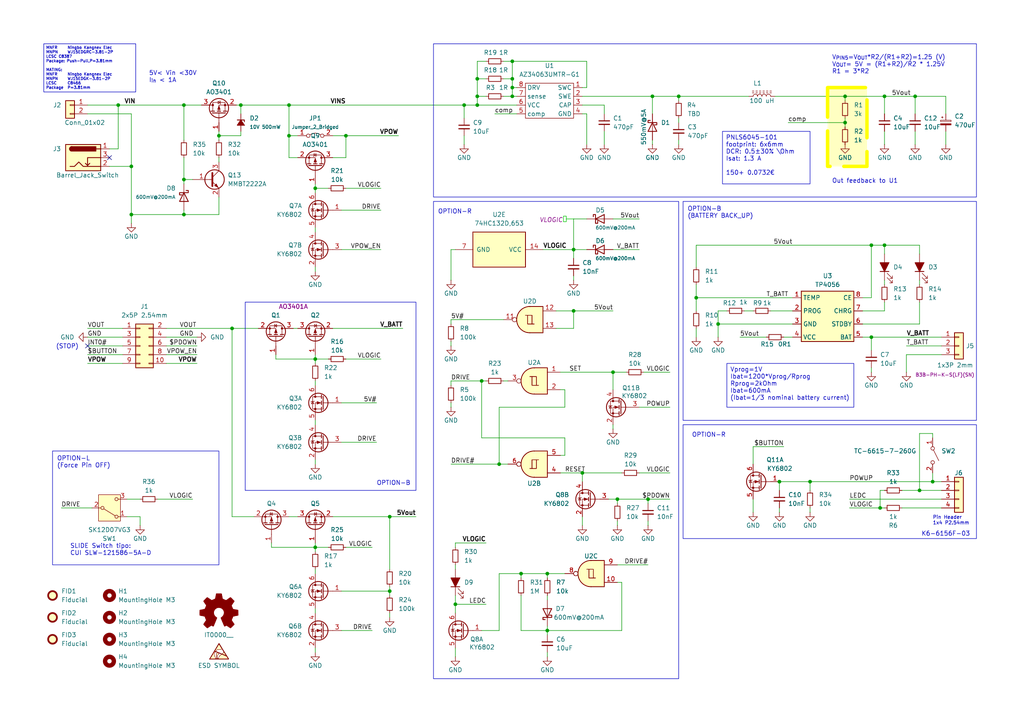
<source format=kicad_sch>
(kicad_sch (version 20231120) (generator "eeschema") (generator_version "8.0")
  (paper "A4")
  (title_block (title "PSU with Battery Backup and ON/OFF control") (date "2023-06-05") (rev "1.1") (company "Fabio De Angelis") (comment 1 "EN001") (comment 2 "MODULO") (comment 3 "002") (comment 4 "PSU") (comment 5 "c5") (comment 6 "c6") (comment 7 "c7") (comment 8 "c8") (comment 9 "c9"))
  (junction (at 256.54 71.12))
  (junction (at 265.43 27.94))
  (junction (at 91.44 158.75))
  (junction (at 252.73 97.79))
  (junction (at 138.43 27.94))
  (junction (at 168.91 137.16))
  (junction (at 189.23 27.94))
  (junction (at 266.7 142.24))
  (junction (at 196.85 27.94))
  (junction (at 256.54 27.94))
  (junction (at 187.96 144.78))
  (junction (at 113.03 149.86))
  (junction (at 91.44 54.61))
  (junction (at 132.08 175.26))
  (junction (at 148.59 25.4))
  (junction (at 63.5 39.37))
  (junction (at 151.13 166.37))
  (junction (at 83.82 39.37))
  (junction (at 139.7 110.49))
  (junction (at 226.06 139.7))
  (junction (at 53.34 52.07))
  (junction (at 179.07 144.78))
  (junction (at 245.11 35.56))
  (junction (at 166.37 72.39))
  (junction (at 255.27 147.32))
  (junction (at 67.31 95.25))
  (junction (at 166.37 90.17))
  (junction (at 134.62 30.48))
  (junction (at 208.28 93.98))
  (junction (at 53.34 62.23))
  (junction (at 245.11 27.94))
  (junction (at 53.34 30.48))
  (junction (at 138.43 30.48))
  (junction (at 201.93 86.36))
  (junction (at 252.73 71.12))
  (junction (at 38.1 48.26))
  (junction (at 148.59 27.94))
  (junction (at 177.8 107.95))
  (junction (at 34.29 30.48))
  (junction (at 148.59 17.78))
  (junction (at 158.75 166.37))
  (junction (at 38.1 62.23))
  (junction (at 83.82 30.48))
  (junction (at 113.03 171.45))
  (junction (at 158.75 182.88))
  (junction (at 148.59 22.86))
  (junction (at 144.78 134.62))
  (junction (at 270.51 139.7))
  (junction (at 69.85 30.48))
  (junction (at 234.95 139.7))
  (junction (at 91.44 104.14))
  (junction (at 138.43 22.86))
  (junction (at 100.33 39.37))
  (no_connect (at 25.4 100.33))
  (no_connect (at 31.75 45.72))
  (wire (pts (xy 250.19 90.17) (xy 256.54 90.17)))
  (wire (pts (xy 168.91 25.4) (xy 170.18 25.4)))
  (wire (pts (xy 99.06 128.27) (xy 109.22 128.27)))
  (wire (pts (xy 148.59 22.86) (xy 148.59 25.4)))
  (wire (pts (xy 96.52 39.37) (xy 100.33 39.37)))
  (wire (pts (xy 201.93 82.55) (xy 201.93 86.36)))
  (wire (pts (xy 63.5 39.37) (xy 63.5 40.64)))
  (wire (pts (xy 130.81 92.71) (xy 146.05 92.71)))
  (wire (pts (xy 100.33 45.72) (xy 100.33 39.37)))
  (wire (pts (xy 176.53 144.78) (xy 179.07 144.78)))
  (wire (pts (xy 223.52 90.17) (xy 229.87 90.17)))
  (wire (pts (xy 180.34 168.91) (xy 179.07 168.91)))
  (wire (pts (xy 25.4 30.48) (xy 34.29 30.48)))
  (wire (pts (xy 177.8 63.5) (xy 185.42 63.5)))
  (wire (pts (xy 63.5 39.37) (xy 63.5 38.1)))
  (wire (pts (xy 256.54 81.28) (xy 256.54 82.55)))
  (wire (pts (xy 67.31 149.86) (xy 67.31 95.25)))
  (wire (pts (xy 91.44 55.88) (xy 91.44 54.61)))
  (wire (pts (xy 227.33 129.54) (xy 218.44 129.54)))
  (wire (pts (xy 63.5 39.37) (xy 69.85 39.37)))
  (wire (pts (xy 201.93 86.36) (xy 229.87 86.36)))
  (wire (pts (xy 86.36 45.72) (xy 83.82 45.72)))
  (wire (pts (xy 189.23 27.94) (xy 168.91 27.94)))
  (wire (pts (xy 139.7 127) (xy 139.7 110.49)))
  (wire (pts (xy 69.85 30.48) (xy 69.85 33.02)))
  (wire (pts (xy 245.11 29.21) (xy 245.11 27.94)))
  (wire (pts (xy 130.81 134.62) (xy 144.78 134.62)))
  (wire (pts (xy 187.96 152.4) (xy 187.96 151.13)))
  (wire (pts (xy 130.81 110.49) (xy 139.7 110.49)))
  (wire (pts (xy 31.75 48.26) (xy 38.1 48.26)))
  (wire (pts (xy 132.08 163.83) (xy 132.08 165.1)))
  (wire (pts (xy 139.7 127) (xy 163.83 127)))
  (wire (pts (xy 99.06 72.39) (xy 110.49 72.39)))
  (wire (pts (xy 48.26 105.41) (xy 57.15 105.41)))
  (wire (pts (xy 250.19 97.79) (xy 252.73 97.79)))
  (wire (pts (xy 196.85 34.29) (xy 196.85 35.56)))
  (wire (pts (xy 130.81 72.39) (xy 130.81 81.28)))
  (wire (pts (xy 139.7 110.49) (xy 140.97 110.49)))
  (wire (pts (xy 146.05 110.49) (xy 147.32 110.49)))
  (wire (pts (xy 208.28 90.17) (xy 210.82 90.17)))
  (wire (pts (xy 138.43 27.94) (xy 138.43 30.48)))
  (wire (pts (xy 151.13 166.37) (xy 158.75 166.37)))
  (wire (pts (xy 91.44 158.75) (xy 91.44 160.02)))
  (wire (pts (xy 73.66 149.86) (xy 67.31 149.86)))
  (wire (pts (xy 208.28 93.98) (xy 229.87 93.98)))
  (wire (pts (xy 255.27 142.24) (xy 255.27 147.32)))
  (wire (pts (xy 256.54 27.94) (xy 256.54 33.02)))
  (wire (pts (xy 266.7 82.55) (xy 266.7 81.28)))
  (wire (pts (xy 83.82 30.48) (xy 83.82 39.37)))
  (wire (pts (xy 252.73 107.95) (xy 252.73 106.68)))
  (wire (pts (xy 100.33 39.37) (xy 115.57 39.37)))
  (wire (pts (xy 91.44 104.14) (xy 91.44 105.41)))
  (wire (pts (xy 175.26 38.1) (xy 175.26 41.91)))
  (wire (pts (xy 187.96 163.83) (xy 179.07 163.83)))
  (wire (pts (xy 45.72 144.78) (xy 55.88 144.78)))
  (wire (pts (xy 262.89 102.87) (xy 262.89 107.95)))
  (wire (pts (xy 48.26 102.87) (xy 57.15 102.87)))
  (wire (pts (xy 252.73 97.79) (xy 252.73 101.6)))
  (wire (pts (xy 63.5 45.72) (xy 63.5 46.99)))
  (wire (pts (xy 113.03 171.45) (xy 113.03 172.72)))
  (wire (pts (xy 163.83 113.03) (xy 163.83 118.11)))
  (wire (pts (xy 162.56 113.03) (xy 163.83 113.03)))
  (wire (pts (xy 166.37 90.17) (xy 177.8 90.17)))
  (wire (pts (xy 162.56 107.95) (xy 177.8 107.95)))
  (wire (pts (xy 100.33 104.14) (xy 110.49 104.14)))
  (wire (pts (xy 166.37 63.5) (xy 170.18 63.5)))
  (wire (pts (xy 149.86 33.02) (xy 143.51 33.02)))
  (wire (pts (xy 201.93 77.47) (xy 201.93 71.12)))
  (wire (pts (xy 148.59 17.78) (xy 148.59 22.86)))
  (wire (pts (xy 130.81 110.49) (xy 130.81 111.76)))
  (wire (pts (xy 261.62 147.32) (xy 273.05 147.32)))
  (wire (pts (xy 270.51 139.7) (xy 273.05 139.7)))
  (wire (pts (xy 270.51 137.16) (xy 270.51 139.7)))
  (wire (pts (xy 274.32 41.91) (xy 274.32 38.1)))
  (wire (pts (xy 162.56 132.08) (xy 163.83 132.08)))
  (wire (pts (xy 132.08 157.48) (xy 132.08 158.75)))
  (wire (pts (xy 100.33 54.61) (xy 110.49 54.61)))
  (wire (pts (xy 80.01 102.87) (xy 80.01 104.14)))
  (wire (pts (xy 158.75 166.37) (xy 158.75 167.64)))
  (wire (pts (xy 180.34 168.91) (xy 180.34 182.88)))
  (wire (pts (xy 158.75 182.88) (xy 158.75 184.15)))
  (wire (pts (xy 180.34 182.88) (xy 158.75 182.88)))
  (wire (pts (xy 217.17 27.94) (xy 196.85 27.94)))
  (wire (pts (xy 140.97 175.26) (xy 132.08 175.26)))
  (wire (pts (xy 252.73 71.12) (xy 256.54 71.12)))
  (wire (pts (xy 132.08 175.26) (xy 132.08 177.8)))
  (wire (pts (xy 252.73 86.36) (xy 252.73 71.12)))
  (wire (pts (xy 250.19 86.36) (xy 252.73 86.36)))
  (wire (pts (xy 40.64 144.78) (xy 36.83 144.78)))
  (wire (pts (xy 151.13 172.72) (xy 151.13 182.88)))
  (wire (pts (xy 256.54 71.12) (xy 256.54 73.66)))
  (wire (pts (xy 186.69 107.95) (xy 194.31 107.95)))
  (wire (pts (xy 96.52 95.25) (xy 116.84 95.25)))
  (wire (pts (xy 91.44 121.92) (xy 91.44 123.19)))
  (wire (pts (xy 256.54 87.63) (xy 256.54 90.17)))
  (wire (pts (xy 168.91 30.48) (xy 175.26 30.48)))
  (wire (pts (xy 83.82 149.86) (xy 86.36 149.86)))
  (wire (pts (xy 265.43 27.94) (xy 265.43 33.02)))
  (wire (pts (xy 57.15 100.33) (xy 48.26 100.33)))
  (wire (pts (xy 99.06 171.45) (xy 113.03 171.45)))
  (wire (pts (xy 132.08 157.48) (xy 140.97 157.48)))
  (wire (pts (xy 245.11 35.56) (xy 228.6 35.56)))
  (wire (pts (xy 161.29 95.25) (xy 166.37 95.25)))
  (wire (pts (xy 166.37 81.28) (xy 166.37 80.01)))
  (wire (pts (xy 146.05 22.86) (xy 148.59 22.86)))
  (wire (pts (xy 113.03 149.86) (xy 120.65 149.86)))
  (wire (pts (xy 83.82 39.37) (xy 86.36 39.37)))
  (wire (pts (xy 185.42 137.16) (xy 194.31 137.16)))
  (wire (pts (xy 250.19 93.98) (xy 266.7 93.98)))
  (wire (pts (xy 265.43 41.91) (xy 265.43 38.1)))
  (wire (pts (xy 91.44 67.31) (xy 91.44 66.04)))
  (wire (pts (xy 100.33 158.75) (xy 107.95 158.75)))
  (wire (pts (xy 158.75 190.5) (xy 158.75 189.23)))
  (wire (pts (xy 38.1 48.26) (xy 38.1 62.23)))
  (wire (pts (xy 163.83 132.08) (xy 163.83 127)))
  (wire (pts (xy 138.43 17.78) (xy 138.43 22.86)))
  (wire (pts (xy 140.97 27.94) (xy 138.43 27.94)))
  (wire (pts (xy 144.78 118.11) (xy 163.83 118.11)))
  (wire (pts (xy 38.1 62.23) (xy 53.34 62.23)))
  (wire (pts (xy 163.83 166.37) (xy 158.75 166.37)))
  (wire (pts (xy 151.13 182.88) (xy 158.75 182.88)))
  (wire (pts (xy 256.54 27.94) (xy 245.11 27.94)))
  (wire (pts (xy 130.81 99.06) (xy 130.81 100.33)))
  (wire (pts (xy 25.4 105.41) (xy 35.56 105.41)))
  (wire (pts (xy 67.31 95.25) (xy 74.93 95.25)))
  (wire (pts (xy 189.23 40.64) (xy 189.23 41.91)))
  (wire (pts (xy 170.18 33.02) (xy 168.91 33.02)))
  (wire (pts (xy 226.06 139.7) (xy 226.06 142.24)))
  (wire (pts (xy 91.44 104.14) (xy 95.25 104.14)))
  (wire (pts (xy 177.8 107.95) (xy 181.61 107.95)))
  (wire (pts (xy 256.54 142.24) (xy 255.27 142.24)))
  (wire (pts (xy 256.54 27.94) (xy 265.43 27.94)))
  (wire (pts (xy 166.37 72.39) (xy 170.18 72.39)))
  (wire (pts (xy 166.37 72.39) (xy 166.37 74.93)))
  (wire (pts (xy 168.91 149.86) (xy 168.91 152.4)))
  (wire (pts (xy 252.73 97.79) (xy 273.05 97.79)))
  (wire (pts (xy 78.74 157.48) (xy 78.74 158.75)))
  (wire (pts (xy 177.8 107.95) (xy 177.8 113.03)))
  (wire (pts (xy 132.08 187.96) (xy 132.08 190.5)))
  (wire (pts (xy 187.96 144.78) (xy 194.31 144.78)))
  (wire (pts (xy 91.44 166.37) (xy 91.44 165.1)))
  (wire (pts (xy 140.97 17.78) (xy 138.43 17.78)))
  (wire (pts (xy 196.85 27.94) (xy 189.23 27.94)))
  (wire (pts (xy 208.28 97.79) (xy 208.28 93.98)))
  (wire (pts (xy 245.11 34.29) (xy 245.11 35.56)))
  (wire (pts (xy 246.38 144.78) (xy 273.05 144.78)))
  (wire (pts (xy 149.86 27.94) (xy 148.59 27.94)))
  (wire (pts (xy 177.8 72.39) (xy 185.42 72.39)))
  (wire (pts (xy 215.9 90.17) (xy 218.44 90.17)))
  (wire (pts (xy 266.7 71.12) (xy 266.7 73.66)))
  (wire (pts (xy 256.54 41.91) (xy 256.54 38.1)))
  (wire (pts (xy 189.23 27.94) (xy 189.23 33.02)))
  (wire (pts (xy 201.93 86.36) (xy 201.93 90.17)))
  (wire (pts (xy 113.03 171.45) (xy 113.03 170.18)))
  (wire (pts (xy 218.44 148.59) (xy 218.44 144.78)))
  (wire (pts (xy 175.26 30.48) (xy 175.26 33.02)))
  (wire (pts (xy 144.78 166.37) (xy 144.78 182.88)))
  (wire (pts (xy 265.43 27.94) (xy 274.32 27.94)))
  (wire (pts (xy 226.06 139.7) (xy 234.95 139.7)))
  (wire (pts (xy 270.51 125.73) (xy 270.51 127)))
  (wire (pts (xy 34.29 30.48) (xy 53.34 30.48)))
  (wire (pts (xy 196.85 40.64) (xy 196.85 41.91)))
  (wire (pts (xy 266.7 93.98) (xy 266.7 87.63)))
  (wire (pts (xy 113.03 177.8) (xy 113.03 179.07)))
  (wire (pts (xy 48.26 97.79) (xy 57.15 97.79)))
  (wire (pts (xy 201.93 97.79) (xy 201.93 95.25)))
  (wire (pts (xy 53.34 30.48) (xy 58.42 30.48)))
  (wire (pts (xy 48.26 95.25) (xy 67.31 95.25)))
  (wire (pts (xy 144.78 182.88) (xy 139.7 182.88)))
  (wire (pts (xy 96.52 149.86) (xy 113.03 149.86)))
  (wire (pts (xy 96.52 45.72) (xy 100.33 45.72)))
  (wire (pts (xy 144.78 118.11) (xy 144.78 134.62)))
  (wire (pts (xy 130.81 118.11) (xy 130.81 116.84)))
  (wire (pts (xy 194.31 118.11) (xy 185.42 118.11)))
  (wire (pts (xy 149.86 25.4) (xy 148.59 25.4)))
  (wire (pts (xy 53.34 53.34) (xy 53.34 52.07)))
  (wire (pts (xy 69.85 30.48) (xy 83.82 30.48)))
  (wire (pts (xy 91.44 158.75) (xy 95.25 158.75)))
  (wire (pts (xy 144.78 166.37) (xy 151.13 166.37)))
  (wire (pts (xy 99.06 182.88) (xy 107.95 182.88)))
  (wire (pts (xy 148.59 27.94) (xy 146.05 27.94)))
  (wire (pts (xy 91.44 54.61) (xy 95.25 54.61)))
  (wire (pts (xy 40.64 149.86) (xy 36.83 149.86)))
  (wire (pts (xy 270.51 125.73) (xy 266.7 125.73)))
  (wire (pts (xy 91.44 54.61) (xy 91.44 53.34)))
  (wire (pts (xy 218.44 129.54) (xy 218.44 134.62)))
  (wire (pts (xy 166.37 63.5) (xy 166.37 72.39)))
  (wire (pts (xy 158.75 173.99) (xy 158.75 172.72)))
  (wire (pts (xy 130.81 72.39) (xy 132.08 72.39)))
  (wire (pts (xy 17.78 147.32) (xy 26.67 147.32)))
  (wire (pts (xy 170.18 17.78) (xy 148.59 17.78)))
  (wire (pts (xy 99.06 60.96) (xy 110.49 60.96)))
  (wire (pts (xy 166.37 90.17) (xy 166.37 95.25)))
  (wire (pts (xy 53.34 30.48) (xy 53.34 40.64)))
  (wire (pts (xy 161.29 90.17) (xy 166.37 90.17)))
  (wire (pts (xy 208.28 93.98) (xy 208.28 90.17)))
  (wire (pts (xy 266.7 125.73) (xy 266.7 142.24)))
  (wire (pts (xy 132.08 172.72) (xy 132.08 175.26)))
  (wire (pts (xy 40.64 149.86) (xy 40.64 152.4)))
  (wire (pts (xy 168.91 137.16) (xy 168.91 139.7)))
  (wire (pts (xy 179.07 144.78) (xy 179.07 146.05)))
  (wire (pts (xy 234.95 148.59) (xy 234.95 147.32)))
  (wire (pts (xy 224.79 27.94) (xy 245.11 27.94)))
  (wire (pts (xy 91.44 133.35) (xy 91.44 134.62)))
  (wire (pts (xy 170.18 41.91) (xy 170.18 33.02)))
  (wire (pts (xy 38.1 33.02) (xy 38.1 48.26)))
  (wire (pts (xy 256.54 147.32) (xy 255.27 147.32)))
  (wire (pts (xy 148.59 27.94) (xy 148.59 25.4)))
  (wire (pts (xy 234.95 139.7) (xy 270.51 139.7)))
  (wire (pts (xy 53.34 60.96) (xy 53.34 62.23)))
  (wire (pts (xy 130.81 92.71) (xy 130.81 93.98)))
  (wire (pts (xy 151.13 166.37) (xy 151.13 167.64)))
  (wire (pts (xy 138.43 22.86) (xy 138.43 27.94)))
  (wire (pts (xy 201.93 71.12) (xy 252.73 71.12)))
  (wire (pts (xy 149.86 30.48) (xy 138.43 30.48)))
  (wire (pts (xy 38.1 62.23) (xy 38.1 64.77)))
  (wire (pts (xy 140.97 22.86) (xy 138.43 22.86)))
  (wire (pts (xy 91.44 111.76) (xy 91.44 110.49)))
  (wire (pts (xy 227.33 97.79) (xy 229.87 97.79)))
  (wire (pts (xy 134.62 30.48) (xy 134.62 34.29)))
  (wire (pts (xy 25.4 100.33) (xy 35.56 100.33)))
  (wire (pts (xy 91.44 176.53) (xy 91.44 177.8)))
  (wire (pts (xy 246.38 147.32) (xy 255.27 147.32)))
  (wire (pts (xy 168.91 137.16) (xy 180.34 137.16)))
  (wire (pts (xy 226.06 148.59) (xy 226.06 147.32)))
  (wire (pts (xy 262.89 100.33) (xy 273.05 100.33)))
  (wire (pts (xy 91.44 78.74) (xy 91.44 77.47)))
  (wire (pts (xy 85.09 95.25) (xy 86.36 95.25)))
  (wire (pts (xy 69.85 39.37) (xy 69.85 38.1)))
  (wire (pts (xy 273.05 102.87) (xy 262.89 102.87)))
  (wire (pts (xy 134.62 41.91) (xy 134.62 39.37)))
  (wire (pts (xy 274.32 27.94) (xy 274.32 33.02)))
  (wire (pts (xy 78.74 158.75) (xy 91.44 158.75)))
  (wire (pts (xy 138.43 30.48) (xy 134.62 30.48)))
  (wire (pts (xy 99.06 116.84) (xy 109.22 116.84)))
  (wire (pts (xy 157.48 72.39) (xy 166.37 72.39)))
  (wire (pts (xy 179.07 144.78) (xy 187.96 144.78)))
  (wire (pts (xy 256.54 71.12) (xy 266.7 71.12)))
  (wire (pts (xy 266.7 142.24) (xy 273.05 142.24)))
  (wire (pts (xy 214.63 97.79) (xy 222.25 97.79)))
  (wire (pts (xy 25.4 102.87) (xy 35.56 102.87)))
  (wire (pts (xy 83.82 45.72) (xy 83.82 39.37)))
  (wire (pts (xy 162.56 137.16) (xy 168.91 137.16)))
  (wire (pts (xy 91.44 189.23) (xy 91.44 187.96)))
  (wire (pts (xy 146.05 17.78) (xy 148.59 17.78)))
  (wire (pts (xy 170.18 25.4) (xy 170.18 17.78)))
  (wire (pts (xy 25.4 33.02) (xy 38.1 33.02)))
  (wire (pts (xy 53.34 45.72) (xy 53.34 52.07)))
  (wire (pts (xy 25.4 97.79) (xy 35.56 97.79)))
  (wire (pts (xy 144.78 134.62) (xy 147.32 134.62)))
  (wire (pts (xy 53.34 62.23) (xy 63.5 62.23)))
  (wire (pts (xy 68.58 30.48) (xy 69.85 30.48)))
  (wire (pts (xy 196.85 27.94) (xy 196.85 29.21)))
  (wire (pts (xy 25.4 95.25) (xy 35.56 95.25)))
  (wire (pts (xy 91.44 157.48) (xy 91.44 158.75)))
  (wire (pts (xy 53.34 52.07) (xy 55.88 52.07)))
  (wire (pts (xy 91.44 102.87) (xy 91.44 104.14)))
  (wire (pts (xy 187.96 144.78) (xy 187.96 146.05)))
  (wire (pts (xy 179.07 151.13) (xy 179.07 152.4)))
  (wire (pts (xy 245.11 35.56) (xy 245.11 36.83)))
  (wire (pts (xy 34.29 43.18) (xy 34.29 30.48)))
  (wire (pts (xy 261.62 142.24) (xy 266.7 142.24)))
  (wire (pts (xy 63.5 57.15) (xy 63.5 62.23)))
  (wire (pts (xy 83.82 30.48) (xy 134.62 30.48)))
  (wire (pts (xy 31.75 43.18) (xy 34.29 43.18)))
  (wire (pts (xy 113.03 149.86) (xy 113.03 165.1)))
  (wire (pts (xy 80.01 104.14) (xy 91.44 104.14)))
  (wire (pts (xy 234.95 139.7) (xy 234.95 142.24)))
  (wire (pts (xy 177.8 124.46) (xy 177.8 123.19)))
  (wire (pts (xy 158.75 182.88) (xy 158.75 181.61)))
  (rectangle (start 198.12 123.19) (end 283.21 156.21))
  (rectangle (start 15.24 130.81) (end 63.5 163.83))
  (rectangle (start 125.73 58.42) (end 196.85 196.85))
  (rectangle (start 240.03 25.4) (end 251.46 48.26) (stroke (width 1) (type dash) (color 255 255 0 1)) (fill (type color) (color 255 255 194 1)))
  (rectangle (start 125.73 12.7) (end 283.21 57.15))
  (rectangle (start 198.12 58.42) (end 283.21 121.92))
  (rectangle (start 71.12 87.63) (end 120.65 142.24))
  (text_box "Vprog=1V\nIbat=1200*Vprog/Rprog\nRprog=2kOhm\nIbat=600mA\n(Ibat=1/3 nominal battery current)" (at 210.82 105.41 0) (size 36.83 12.7) (effects (font (size 1.27 1.27)) (justify left top)))
  (text_box "MNFR 	Ningbo Kangnex Elec\nMNPN	WJ15EDGRC-3.81-2P\nLCSC C8387\nPackage: Push-Pull,P=3.81mm\n\nMATING:\nMNFR 	Ningbo Kangnex Elec\nMNPN	WJ15EDGK-3.81-2P\nLCSC 	C8466\nPackage	P=3.81mm" (at 12.7 12.7 0) (size 26.67 13.97) (effects (font (size 0.8 0.8)) (justify left top)))
  (text_box "PNLS6045-101\nfootprint: 6x6mm\nDCR: 0.5±30% \\Ohm\nIsat: 1.3 A\n\n150+ 0.0732€\n" (at 209.55 38.1 0) (size 25.4 15.24) (effects (font (size 1.27 1.27)) (justify left top)))
  (text "5V< Vin <30V  \nI_{in} < 1A" (at 43.18 24.13 0) (effects (font (size 1.27 1.27)) (justify left bottom)))
  (text "K6-6156F-03\n" (at 274.32 154.94 0) (effects (font (size 1.27 1.27))))
  (text "(STOP)" (at 22.86 101.346 0) (effects (font (size 1.27 1.27)) (justify right bottom)))
  (text "SLIDE Switch tipo:\nCUI SLW-121586-5A-D" (at 20.32 161.29 0) (effects (font (size 1.27 1.27)) (justify left bottom)))
  (text "OPTION-L\n(Force Pin OFF)" (at 16.51 135.89 0) (effects (font (size 1.27 1.27)) (justify left bottom)))
  (text "OPTION-R" (at 127 62.23 0) (effects (font (size 1.27 1.27)) (justify left bottom)))
  (text "Pin Header \n1x4 P2.54mm" (at 270.51 152.4 0) (effects (font (size 1 1)) (justify left bottom)))
  (text "OPTION-R" (at 200.66 127 0) (effects (font (size 1.27 1.27)) (justify left bottom)))
  (text "V_{PIN5}=V_{OUT}*R2/(R1+R2)=1.25 (V)\nV_{OUT}= 5V = (R1+R2)/R2 * 1.25V\nR1 = 3*R2" (at 241.3 21.59 0) (effects (font (size 1.27 1.27)) (justify left bottom)))
  (text "OPTION-B" (at 109.22 140.97 0) (effects (font (size 1.27 1.27)) (justify left bottom)))
  (text "OPTION-B\n(BATTERY BACK_UP)" (at 199.39 63.5 0) (effects (font (size 1.27 1.27)) (justify left bottom)))
  (text "Out feedback to U1" (at 241.3 53.34 0) (effects (font (size 1.27 1.27)) (justify left bottom)))
  (label "5Vout" (at 229.87 71.12 180))
  (label "INT0#" (at 25.4 100.33 0))
  (label "$PDOWN" (at 194.31 144.78 180))
  (label "5V#" (at 109.22 116.84 180))
  (label "T_BATT" (at 222.25 86.36 0))
  (label "VLOGIC" (at 110.49 104.14 180))
  (label "V_BATT" (at 185.42 72.39 180))
  (label "DRIVE" (at 130.81 110.49 0))
  (label "SET" (at 165.1 107.95 0))
  (label "VLOGIC" (at 194.31 137.16 180))
  (label "GND" (at 52.07 97.79 0))
  (label "5Vout" (at 185.42 63.5 180))
  (label "$PDOWN" (at 57.15 100.33 180))
  (label "VLOGIC" (at 246.38 147.32 0))
  (label "VPOW" (at 115.57 39.37 180) (effects (font (thickness 0.254) (bold yes))))
  (label "DRIVE#" (at 187.96 163.83 180))
  (label "VOUT" (at 25.4 95.25 0))
  (label "DRIVE" (at 109.22 128.27 180))
  (label "5V#" (at 130.81 92.71 0))
  (label "POWUP" (at 194.31 118.11 180))
  (label "comp" (at 228.6 35.56 0))
  (label "POWUP" (at 246.38 139.7 0))
  (label "5Vout" (at 120.65 149.86 180) (effects (font (thickness 0.254) (bold yes))))
  (label "VPOW_EN" (at 110.49 72.39 180))
  (label "T_BATT" (at 262.89 100.33 0))
  (label "DRIVE#" (at 130.81 134.62 0))
  (label "5Vout" (at 214.63 97.79 0))
  (label "5Vout" (at 177.8 90.17 180))
  (label "VPOW" (at 25.4 105.41 0) (effects (font (thickness 0.254) (bold yes))))
  (label "comp" (at 143.51 33.02 0))
  (label "5Vout" (at 264.16 27.94 180))
  (label "VLOGIC" (at 157.48 72.39 0) (effects (font (thickness 0.254) (bold yes))))
  (label "VLOGIC" (at 194.31 107.95 180))
  (label "GND" (at 25.4 97.79 0))
  (label "LEDC" (at 246.38 144.78 0))
  (label "DRIVE" (at 110.49 60.96 180))
  (label "VOUT" (at 52.07 95.25 0))
  (label "DRIVE" (at 107.95 182.88 180))
  (label "$BUTTON" (at 25.4 102.87 0))
  (label "VPOW_EN" (at 57.15 102.87 180))
  (label "VINS" (at 100.33 30.48 180) (effects (font (thickness 0.254) (bold yes))))
  (label "RESET" (at 163.83 137.16 0))
  (label "VLOGIC" (at 140.97 157.48 180) (effects (font (thickness 0.254) (bold yes))))
  (label "VPOW" (at 57.15 105.41 180) (effects (font (thickness 0.254) (bold yes))))
  (label "VIN" (at 39.37 30.48 180) (effects (font (thickness 0.254) (bold yes))))
  (label "$BUTTON" (at 227.33 129.54 180))
  (label "DRIVE" (at 17.78 147.32 0))
  (label "V_BATT" (at 116.84 95.25 180) (effects (font (thickness 0.254) (bold yes))))
  (label "VLOGIC" (at 107.95 158.75 180))
  (label "VLOGIC" (at 110.49 54.61 180))
  (label "VLOGIC" (at 55.88 144.78 180))
  (label "LEDC" (at 140.97 175.26 180))
  (label "V_BATT" (at 262.89 97.79 0) (effects (font (thickness 0.254) (bold yes))))
  (netclass_flag "" (length 2.54) (shape rectangle) (at 166.37 63.5 90) (property "Netclass" "VLOGIC" (at 156.464 63.754 0) (effects (font (italic yes)) (justify left))))
  (symbol (lib_id "00_EV_DATABASE:Res-SMD/0805_10k") (at 97.79 54.61 90) (unit 1)
    (property "Reference" "R21" (at 97.79 49.53 90))
    (property "Value" "10k" (at 97.79 52.07 90))
    (property "Footprint" "Resistor_SMD:R_0805_2012Metric_Pad1.20x1.40mm_HandSolder" (effects (hide yes)))
    (property "Description" "Thin Film Resistor 10kΩ 125mW 150V ±1% ±100ppm/℃ " (effects (hide yes)))
    (property "MNFR-1" "UNI-ROYAL" (effects (hide yes)))
    (property "MNFR-1-PN" "0805W8F1002T5E" (effects (hide yes)))
    (property "SUPP-1" "LCSC" (effects (hide yes)))
    (property "SUPP-1-CODE" "C17414" (effects (hide yes)))
    (property "Case" "0805" (effects (hide yes)))
    (property "STOCK" "1000" (effects (hide yes)))
    (property "SUPP-1-UNIT-PRICE" "0.0013" (effects (hide yes)))
  )
  (symbol (lib_id "00_EV_DATABASE:MOSFET/KY6802") (at 93.98 171.45 0) (mirror y) (unit 1)
    (property "Reference" "Q6" (at 87.63 170.1799 0) (effects (justify left)))
    (property "Value" "KY6802" (at 87.63 172.7199 0) (effects (justify left)))
    (property "Footprint" "Package_TO_SOT_SMD:SOT-23-6_Handsoldering" (effects (hide yes)))
    (property "Description" "NMOS DUAL 20V 3A 42mΩ@4.5V,3A 830mW 700mV@250uA 2 N-Channel SOT-23-6L" (effects (hide yes)))
    (property "MNFR-1" "KY" (effects (hide yes)))
    (property "MNFR-1-PN" "KY6802" (effects (hide yes)))
    (property "SUPP-1" "LCSC" (effects (hide yes)))
    (property "SUPP-1-CODE" "C3029282" (effects (hide yes)))
    (property "Case" "SOT-23-6" (effects (hide yes)))
    (property "SUPP-1-UNIT-PRICE" "0.0198" (effects (hide yes)))
  )
  (symbol (lib_id "Mechanical:MountingHole") (at 31.75 172.72 0) (unit 1) (in_bom no)
    (property "Reference" "H1" (at 34.29 171.45 0) (effects (justify left)))
    (property "Value" "MountingHole M3" (at 34.29 173.99 0) (effects (justify left)))
    (property "Footprint" "00EN_MECHANICAL:MountingHole_3.2mm_M3" (effects (hide yes)))
    (property "Description" "Mounting Hole without connection" (effects (hide yes)))
  )
  (symbol (lib_id "power:GND") (at 208.28 97.79 0) (unit 1)
    (property "Reference" "#PWR013" (effects (hide yes)))
    (property "Value" "GND" (at 208.28 101.6 0))
    (property "Description" "Power symbol creates a global label with name \"GND\" , ground" (effects (hide yes)))
  )
  (symbol (lib_id "power:GND") (at 134.62 41.91 0) (unit 1)
    (property "Reference" "#PWR08" (effects (hide yes)))
    (property "Value" "GND" (at 134.62 45.72 0))
    (property "Description" "Power symbol creates a global label with name \"GND\" , ground" (effects (hide yes)))
  )
  (symbol (lib_id "00_EV_DATABASE:MLCC/CC0805KRX7R9BB471") (at 196.85 38.1 0) (unit 1)
    (property "Reference" "C3" (at 199.39 36.8363 0) (effects (justify left)))
    (property "Value" "470pF" (at 199.39 39.3763 0) (effects (justify left)))
    (property "Footprint" "Capacitor_SMD:C_0805_2012Metric_Pad1.18x1.45mm_HandSolder" (effects (hide yes)))
    (property "Description" "50V 470pF X7R ±10% 0805" (effects (hide yes)))
    (property "MNFR-1" "YAGEO" (effects (hide yes)))
    (property "MNFR-1-PN" "CC0805KRX7R9BB471" (effects (hide yes)))
    (property "SUPP-1" "LCSC" (effects (hide yes)))
    (property "SUPP-1-CODE" "C107152" (effects (hide yes)))
    (property "SUPP-1-UNIT-PRICE" "0.0037" (effects (hide yes)))
    (property "Case" "0805" (effects (hide yes)))
  )
  (symbol (lib_id "00_EV_DATABASE:Res-SMD/0805_100k") (at 113.03 175.26 0) (unit 1)
    (property "Reference" "R24" (at 115.57 173.9899 0) (effects (justify left)))
    (property "Value" "100k" (at 115.57 176.5299 0) (effects (justify left)))
    (property "Footprint" "Resistor_SMD:R_0805_2012Metric_Pad1.20x1.40mm_HandSolder" (effects (hide yes)))
    (property "Description" "Thick Film Resistors 100kΩ ±1% 25mW 150V ±100ppm/℃" (effects (hide yes)))
    (property "MNFR-1" "UNI-ROYAL" (effects (hide yes)))
    (property "MNFR-1-PN" "0805W8F1003T5E" (effects (hide yes)))
    (property "SUPP-1" "LCSC" (effects (hide yes)))
    (property "SUPP-1-CODE" "C149504" (effects (hide yes)))
    (property "Case" "0805" (effects (hide yes)))
    (property "STOCK" "1000" (effects (hide yes)))
    (property "SUPP-1-UNIT-PRICE" "0.0013" (effects (hide yes)))
  )
  (symbol (lib_id "00_EV_DATABASE:Res-SMD/0805_1K") (at 256.54 85.09 0) (unit 1)
    (property "Reference" "R13" (at 259.08 83.8199 0) (effects (justify left)))
    (property "Value" "1k" (at 259.08 86.3599 0) (effects (justify left)))
    (property "Footprint" "Resistor_SMD:R_0805_2012Metric_Pad1.20x1.40mm_HandSolder" (effects (hide yes)))
    (property "Description" "Thin Film Resistor" (effects (hide yes)))
    (property "MNFR-1" "UNI-ROYAL" (effects (hide yes)))
    (property "MNFR-1-PN" "0805W8F1001T5E" (effects (hide yes)))
    (property "SUPP-1" "LCSC" (effects (hide yes)))
    (property "SUPP-1-CODE" "C17513" (effects (hide yes)))
    (property "Case" "0805" (effects (hide yes)))
    (property "STOCK" "1000" (effects (hide yes)))
    (property "SUPP-1-UNIT-PRICE" "0.0013" (effects (hide yes)))
  )
  (symbol (lib_id "Device:LED_Filled") (at 256.54 77.47 90) (unit 1)
    (property "Reference" "D4" (at 259.08 77.47 90) (effects (justify right)))
    (property "Value" "LED_Filled" (effects (hide yes)))
    (property "Footprint" "LED_SMD:LED_0805_2012Metric_Pad1.15x1.40mm_HandSolder" (effects (hide yes)))
    (property "Description" "Light emitting diode, filled shape" (effects (hide yes)))
  )
  (symbol (lib_id "power:GND") (at 175.26 41.91 0) (mirror y) (unit 1)
    (property "Reference" "#PWR04" (effects (hide yes)))
    (property "Value" "GND" (at 175.26 45.72 0))
    (property "Description" "Power symbol creates a global label with name \"GND\" , ground" (effects (hide yes)))
  )
  (symbol (lib_id "Mechanical:MountingHole") (at 31.75 191.77 0) (unit 1) (in_bom no)
    (property "Reference" "H4" (at 34.29 190.5 0) (effects (justify left)))
    (property "Value" "MountingHole M3" (at 34.29 193.04 0) (effects (justify left)))
    (property "Footprint" "00EN_MECHANICAL:MountingHole_3.2mm_M3" (effects (hide yes)))
    (property "Description" "Mounting Hole without connection" (effects (hide yes)))
  )
  (symbol (lib_id "00_EV_DATABASE:Res-SMD/0805_1K") (at 91.44 162.56 0) (unit 1)
    (property "Reference" "R17" (at 93.98 161.2899 0) (effects (justify left)))
    (property "Value" "1k" (at 93.98 163.8299 0) (effects (justify left)))
    (property "Footprint" "Resistor_SMD:R_0805_2012Metric_Pad1.20x1.40mm_HandSolder" (effects (hide yes)))
    (property "Description" "Thin Film Resistor" (effects (hide yes)))
    (property "MNFR-1" "UNI-ROYAL" (effects (hide yes)))
    (property "MNFR-1-PN" "0805W8F1001T5E" (effects (hide yes)))
    (property "SUPP-1" "LCSC" (effects (hide yes)))
    (property "SUPP-1-CODE" "C17513" (effects (hide yes)))
    (property "Case" "0805" (effects (hide yes)))
    (property "STOCK" "1000" (effects (hide yes)))
    (property "SUPP-1-UNIT-PRICE" "0.0013" (effects (hide yes)))
  )
  (symbol (lib_id "00_EV_DATABASE:Res-SMD/0805_1K") (at 259.08 142.24 90) (unit 1)
    (property "Reference" "R33" (at 259.08 137.16 90))
    (property "Value" "1k" (at 259.08 139.7 90))
    (property "Footprint" "Resistor_SMD:R_0805_2012Metric_Pad1.20x1.40mm_HandSolder" (effects (hide yes)))
    (property "Description" "Thin Film Resistor" (effects (hide yes)))
    (property "MNFR-1" "UNI-ROYAL" (effects (hide yes)))
    (property "MNFR-1-PN" "0805W8F1001T5E" (effects (hide yes)))
    (property "SUPP-1" "LCSC" (effects (hide yes)))
    (property "SUPP-1-CODE" "C17513" (effects (hide yes)))
    (property "Case" "0805" (effects (hide yes)))
    (property "STOCK" "1000" (effects (hide yes)))
    (property "SUPP-1-UNIT-PRICE" "0.0013" (effects (hide yes)))
  )
  (symbol (lib_id "power:GND") (at 91.44 78.74 0) (mirror y) (unit 1)
    (property "Reference" "#PWR024" (effects (hide yes)))
    (property "Value" "GND" (at 91.44 82.55 0))
    (property "Description" "Power symbol creates a global label with name \"GND\" , ground" (effects (hide yes)))
  )
  (symbol (lib_id "00_EV_DATABASE:MOSFET/KY6802") (at 93.98 116.84 0) (mirror y) (unit 1)
    (property "Reference" "Q3" (at 87.63 115.5699 0) (effects (justify left)))
    (property "Value" "KY6802" (at 87.63 118.1099 0) (effects (justify left)))
    (property "Footprint" "Package_TO_SOT_SMD:SOT-23-6_Handsoldering" (effects (hide yes)))
    (property "Description" "NMOS DUAL 20V 3A 42mΩ@4.5V,3A 830mW 700mV@250uA 2 N-Channel SOT-23-6L" (effects (hide yes)))
    (property "MNFR-1" "KY" (effects (hide yes)))
    (property "MNFR-1-PN" "KY6802" (effects (hide yes)))
    (property "SUPP-1" "LCSC" (effects (hide yes)))
    (property "SUPP-1-CODE" "C3029282" (effects (hide yes)))
    (property "Case" "SOT-23-6" (effects (hide yes)))
    (property "SUPP-1-UNIT-PRICE" "0.0198" (effects (hide yes)))
  )
  (symbol (lib_id "00_EV_DATABASE:Res-SMD/0805_1K") (at 143.51 110.49 90) (unit 1)
    (property "Reference" "R23" (at 143.51 105.41 90))
    (property "Value" "1k" (at 143.51 107.95 90))
    (property "Footprint" "Resistor_SMD:R_0805_2012Metric_Pad1.20x1.40mm_HandSolder" (effects (hide yes)))
    (property "Description" "Thin Film Resistor" (effects (hide yes)))
    (property "MNFR-1" "UNI-ROYAL" (effects (hide yes)))
    (property "MNFR-1-PN" "0805W8F1001T5E" (effects (hide yes)))
    (property "SUPP-1" "LCSC" (effects (hide yes)))
    (property "SUPP-1-CODE" "C17513" (effects (hide yes)))
    (property "Case" "0805" (effects (hide yes)))
    (property "STOCK" "1000" (effects (hide yes)))
    (property "SUPP-1-UNIT-PRICE" "0.0013" (effects (hide yes)))
  )
  (symbol (lib_id "00_EV_DATABASE:Res-SMD/0805_1K") (at 213.36 90.17 90) (unit 1)
    (property "Reference" "R12" (at 211.582 87.884 90))
    (property "Value" "1k" (at 215.646 87.63 90))
    (property "Footprint" "Resistor_SMD:R_0805_2012Metric_Pad1.20x1.40mm_HandSolder" (effects (hide yes)))
    (property "Description" "Thin Film Resistor" (effects (hide yes)))
    (property "MNFR-1" "UNI-ROYAL" (effects (hide yes)))
    (property "MNFR-1-PN" "0805W8F1001T5E" (effects (hide yes)))
    (property "SUPP-1" "LCSC" (effects (hide yes)))
    (property "SUPP-1-CODE" "C17513" (effects (hide yes)))
    (property "Case" "0805" (effects (hide yes)))
    (property "STOCK" "1000" (effects (hide yes)))
    (property "SUPP-1-UNIT-PRICE" "0.0013" (effects (hide yes)))
  )
  (symbol (lib_id "00_EV_DATABASE:Res-SMD/0805_10k") (at 63.5 43.18 0) (unit 1)
    (property "Reference" "R32" (at 66.04 41.9099 0) (effects (justify left)))
    (property "Value" "10k" (at 66.04 44.4499 0) (effects (justify left)))
    (property "Footprint" "Resistor_SMD:R_0805_2012Metric_Pad1.20x1.40mm_HandSolder" (effects (hide yes)))
    (property "Description" "Thin Film Resistor 10kΩ 125mW 150V ±1% ±100ppm/℃ " (effects (hide yes)))
    (property "MNFR-1" "UNI-ROYAL" (effects (hide yes)))
    (property "MNFR-1-PN" "0805W8F1002T5E" (effects (hide yes)))
    (property "SUPP-1" "LCSC" (effects (hide yes)))
    (property "SUPP-1-CODE" "C17414" (effects (hide yes)))
    (property "Case" "0805" (effects (hide yes)))
    (property "STOCK" "1000" (effects (hide yes)))
    (property "SUPP-1-UNIT-PRICE" "0.0013" (effects (hide yes)))
  )
  (symbol (lib_id "00_EV_DATABASE:Res-SMD/0805_1K") (at 266.7 85.09 0) (unit 1)
    (property "Reference" "R14" (at 269.24 83.8199 0) (effects (justify left)))
    (property "Value" "1k" (at 269.24 86.3599 0) (effects (justify left)))
    (property "Footprint" "Resistor_SMD:R_0805_2012Metric_Pad1.20x1.40mm_HandSolder" (effects (hide yes)))
    (property "Description" "Thin Film Resistor" (effects (hide yes)))
    (property "MNFR-1" "UNI-ROYAL" (effects (hide yes)))
    (property "MNFR-1-PN" "0805W8F1001T5E" (effects (hide yes)))
    (property "SUPP-1" "LCSC" (effects (hide yes)))
    (property "SUPP-1-CODE" "C17513" (effects (hide yes)))
    (property "Case" "0805" (effects (hide yes)))
    (property "STOCK" "1000" (effects (hide yes)))
    (property "SUPP-1-UNIT-PRICE" "0.0013" (effects (hide yes)))
  )
  (symbol (lib_id "00_EV_DATABASE:Res-SMD/0805_10k") (at 184.15 107.95 90) (unit 1)
    (property "Reference" "R28" (at 184.15 102.87 90))
    (property "Value" "10k" (at 184.15 105.41 90))
    (property "Footprint" "Resistor_SMD:R_0805_2012Metric_Pad1.20x1.40mm_HandSolder" (effects (hide yes)))
    (property "Description" "Thin Film Resistor 10kΩ 125mW 150V ±1% ±100ppm/℃ " (effects (hide yes)))
    (property "MNFR-1" "UNI-ROYAL" (effects (hide yes)))
    (property "MNFR-1-PN" "0805W8F1002T5E" (effects (hide yes)))
    (property "SUPP-1" "LCSC" (effects (hide yes)))
    (property "SUPP-1-CODE" "C17414" (effects (hide yes)))
    (property "Case" "0805" (effects (hide yes)))
    (property "STOCK" "1000" (effects (hide yes)))
    (property "SUPP-1-UNIT-PRICE" "0.0013" (effects (hide yes)))
  )
  (symbol (lib_id "power:GND") (at 177.8 124.46 0) (mirror y) (unit 1)
    (property "Reference" "#PWR029" (effects (hide yes)))
    (property "Value" "GND" (at 177.8 128.27 0))
    (property "Description" "Power symbol creates a global label with name \"GND\" , ground" (effects (hide yes)))
  )
  (symbol (lib_id "Mechanical:MountingHole") (at 31.75 179.07 0) (unit 1) (in_bom no)
    (property "Reference" "H2" (at 34.29 177.8 0) (effects (justify left)))
    (property "Value" "MountingHole M3" (at 34.29 180.34 0) (effects (justify left)))
    (property "Footprint" "00EN_MECHANICAL:MountingHole_3.2mm_M3" (effects (hide yes)))
    (property "Description" "Mounting Hole without connection" (effects (hide yes)))
  )
  (symbol (lib_id "00_EV_DATABASE:MOSFET/KY6802") (at 220.98 139.7 0) (mirror y) (unit 1)
    (property "Reference" "Q11" (at 227.33 133.35 0) (effects (justify left)))
    (property "Value" "KY6802" (at 229.87 135.89 0) (effects (justify left)))
    (property "Footprint" "Package_TO_SOT_SMD:SOT-23-6_Handsoldering" (effects (hide yes)))
    (property "Description" "NMOS DUAL 20V 3A 42mΩ@4.5V,3A 830mW 700mV@250uA 2 N-Channel SOT-23-6L" (effects (hide yes)))
    (property "MNFR-1" "KY" (effects (hide yes)))
    (property "MNFR-1-PN" "KY6802" (effects (hide yes)))
    (property "SUPP-1" "LCSC" (effects (hide yes)))
    (property "SUPP-1-CODE" "C3029282" (effects (hide yes)))
    (property "Case" "SOT-23-6" (effects (hide yes)))
    (property "SUPP-1-UNIT-PRICE" "0.0198" (effects (hide yes)))
  )
  (symbol (lib_id "power:GND") (at 132.08 190.5 0) (mirror y) (unit 1)
    (property "Reference" "#PWR025" (effects (hide yes)))
    (property "Value" "GND" (at 132.08 194.31 0))
    (property "Description" "Power symbol creates a global label with name \"GND\" , ground" (effects (hide yes)))
  )
  (symbol (lib_id "00EN_DB:IC_LOGIC/74HC132D,653") (at 153.67 92.71 0) (mirror y) (unit 4)
    (property "Reference" "U2" (at 153.67 87.376 0))
    (property "Value" "74HC132D,653" (effects (hide yes)))
    (property "Footprint" "Package_SO:SOIC-14_3.9x8.7mm_P1.27mm" (effects (hide yes)))
    (property "Datasheet" "http://www.ti.com/lit/gpn/sn74LS132" (effects (hide yes)))
    (property "Description" "Quad 2-input NAND Schmitt trigger" (effects (hide yes)))
    (property "Sim.Library" "/home/fabio/Documents/03_KICAD_DEVELOPEMENT/EN_KICAD_LIBRARY/symbols/NAND_ST.cir" (effects (hide yes)))
    (property "Sim.Name" "74HC132" (effects (hide yes)))
    (property "Sim.Device" "SUBCKT" (effects (hide yes)))
    (property "Sim.Pins" "1=1A 2=1B 3=1OUT 4=2A 5=2B 6=2OUT 7=AGND 8=3OUT 9=3A 10=3B 11=4OUT 12=4A 13=5B 14=VCC" (effects (hide yes)))
    (property "MNFR-1" "NXP" (effects (hide yes)))
    (property "MNFR-1-PN" "74HC132D,653" (effects (hide yes)))
    (property "SUPP-1" "LCSC" (effects (hide yes)))
    (property "SUPP-1-CODE" "C5601" (effects (hide yes)))
    (property "Case" "SOIC-14" (effects (hide yes)))
  )
  (symbol (lib_id "00_EV_DATABASE:AEC/126RV0010") (at 274.32 35.56 0) (unit 1)
    (property "Reference" "C2" (at 276.86 33.7438 0) (effects (justify left)))
    (property "Value" "470uF" (at 276.86 36.2838 0) (effects (justify left)))
    (property "Footprint" "Capacitor_SMD:CP_Elec_6.3x7.7" (effects (hide yes)))
    (property "Description" "470uF 16V 175mA@120Hz ±20% SMD,D6.3xL7.7mm" (effects (hide yes)))
    (property "MNFR-1" "KNSCHA" (effects (hide yes)))
    (property "MNFR-1-PN" "126RV0010" (effects (hide yes)))
    (property "Case" "SMD D6.3xH5.4mm" (effects (hide yes)))
    (property "SUPP-1" "LCSC" (effects (hide yes)))
    (property "SUPP-1-CODE" "C5354997" (effects (hide yes)))
    (property "SUPP-1-UNIT-PRICE" "0.0327" (effects (hide yes)))
  )
  (symbol (lib_id "00_EV_DATABASE:Res-SMD/0805_10k") (at 53.34 43.18 0) (unit 1)
    (property "Reference" "R35" (at 55.88 41.9099 0) (effects (justify left)))
    (property "Value" "10k" (at 55.88 44.4499 0) (effects (justify left)))
    (property "Footprint" "Resistor_SMD:R_0805_2012Metric_Pad1.20x1.40mm_HandSolder" (effects (hide yes)))
    (property "Description" "Thin Film Resistor 10kΩ 125mW 150V ±1% ±100ppm/℃ " (effects (hide yes)))
    (property "MNFR-1" "UNI-ROYAL" (effects (hide yes)))
    (property "MNFR-1-PN" "0805W8F1002T5E" (effects (hide yes)))
    (property "SUPP-1" "LCSC" (effects (hide yes)))
    (property "SUPP-1-CODE" "C17414" (effects (hide yes)))
    (property "Case" "0805" (effects (hide yes)))
    (property "STOCK" "1000" (effects (hide yes)))
    (property "SUPP-1-UNIT-PRICE" "0.0013" (effects (hide yes)))
  )
  (symbol (lib_id "Jumper:Jumper_2_Bridged") (at 91.44 39.37 0) (unit 1)
    (property "Reference" "JP1" (at 91.44 34.29 0))
    (property "Value" "Jumper_2_Bridged" (at 91.44 36.83 0) (effects (font (size 1 1))))
    (property "Footprint" "Connector_PinHeader_2.54mm:PinHeader_1x02_P2.54mm_Vertical" (effects (hide yes)))
    (property "Description" "Jumper, 2-pole, closed/bridged" (effects (hide yes)))
  )
  (symbol (lib_id "00_EV_DATABASE:MLCC/CC0805KRX7R9BB103") (at 187.96 148.59 0) (unit 1)
    (property "Reference" "C11" (at 190.5 147.3263 0) (effects (justify left)))
    (property "Value" "10nF" (at 190.5 149.8663 0) (effects (justify left)))
    (property "Footprint" "Capacitor_SMD:C_0805_2012Metric_Pad1.18x1.45mm_HandSolder" (effects (hide yes)))
    (property "Description" "50V 10nF X7R ±10% 0805" (effects (hide yes)))
    (property "MNFR-1" "YAGEO" (effects (hide yes)))
    (property "MNFR-1-PN" "CC0805KRX7R9BB103" (effects (hide yes)))
    (property "SUPP-1" "LCSC" (effects (hide yes)))
    (property "SUPP-1-CODE" "C83170" (effects (hide yes)))
    (property "STOCK" "405" (effects (hide yes)))
    (property "SUPP-1-UNIT-PRICE" "0.0037" (effects (hide yes)))
    (property "Case" "0805" (effects (hide yes)))
  )
  (symbol (lib_id "00_EV_DATABASE:MOSFET/KY6802") (at 93.98 60.96 0) (mirror y) (unit 1)
    (property "Reference" "Q7" (at 87.63 59.6899 0) (effects (justify left)))
    (property "Value" "KY6802" (at 87.63 62.2299 0) (effects (justify left)))
    (property "Footprint" "Package_TO_SOT_SMD:SOT-23-6_Handsoldering" (effects (hide yes)))
    (property "Description" "NMOS DUAL 20V 3A 42mΩ@4.5V,3A 830mW 700mV@250uA 2 N-Channel SOT-23-6L" (effects (hide yes)))
    (property "MNFR-1" "KY" (effects (hide yes)))
    (property "MNFR-1-PN" "KY6802" (effects (hide yes)))
    (property "SUPP-1" "LCSC" (effects (hide yes)))
    (property "SUPP-1-CODE" "C3029282" (effects (hide yes)))
    (property "Case" "SOT-23-6" (effects (hide yes)))
    (property "SUPP-1-UNIT-PRICE" "0.0198" (effects (hide yes)))
  )
  (symbol (lib_id "00_EV_DATABASE:MLCC/CC0805KRX7R9BB103") (at 166.37 77.47 0) (unit 1)
    (property "Reference" "C8" (at 168.91 76.2063 0) (effects (justify left)))
    (property "Value" "10nF" (at 168.91 78.7463 0) (effects (justify left)))
    (property "Footprint" "Capacitor_SMD:C_0805_2012Metric_Pad1.18x1.45mm_HandSolder" (effects (hide yes)))
    (property "Description" "50V 10nF X7R ±10% 0805" (effects (hide yes)))
    (property "MNFR-1" "YAGEO" (effects (hide yes)))
    (property "MNFR-1-PN" "CC0805KRX7R9BB103" (effects (hide yes)))
    (property "SUPP-1" "LCSC" (effects (hide yes)))
    (property "SUPP-1-CODE" "C83170" (effects (hide yes)))
    (property "STOCK" "405" (effects (hide yes)))
    (property "SUPP-1-UNIT-PRICE" "0.0037" (effects (hide yes)))
    (property "Case" "0805" (effects (hide yes)))
  )
  (symbol (lib_id "power:GND") (at 170.18 41.91 0) (mirror y) (unit 1)
    (property "Reference" "#PWR02" (effects (hide yes)))
    (property "Value" "GND" (at 170.18 45.72 0))
    (property "Description" "Power symbol creates a global label with name \"GND\" , ground" (effects (hide yes)))
  )
  (symbol (lib_id "00_EV_DATABASE:MOSFET/AO3401") (at 91.44 152.4 90) (unit 1)
    (property "Reference" "Q5" (at 91.44 146.05 90))
    (property "Value" "AO3401" (effects (hide yes)))
    (property "Footprint" "Package_TO_SOT_SMD:SOT-23" (effects (hide yes)))
    (property "Description" "PMOS 30V 4.5A 40mΩ@10V,4.5A 1.4W 1V@250uA SOT-23 ROHS" (effects (hide yes)))
    (property "MNFR-1" "ElecSuper" (effects (hide yes)))
    (property "MNFR-1-PN" "AO3401" (effects (hide yes)))
    (property "Sim.Library" "/home/fabio/Documents/03_KICAD_DEVELOPEMENT/EN_KICAD_LIBRARY/symbols/AO_MOSFET.cir" (effects (hide yes)))
    (property "Sim.Name" "AO3401A" (effects (hide yes)))
    (property "Sim.Device" "SUBCKT" (effects (hide yes)))
    (property "Sim.Pins" "1=1 2=2 3=4" (effects (hide yes)))
    (property "SUPP-1" "LCSC" (effects (hide yes)))
    (property "SUPP-1-CODE" "C5224195" (effects (hide yes)))
    (property "Case" "SOT-23" (effects (hide yes)))
    (property "SUPP-1-UNIT-PRICE" "0.0268" (effects (hide yes)))
  )
  (symbol (lib_id "power:GND") (at 252.73 107.95 0) (mirror y) (unit 1)
    (property "Reference" "#PWR014" (effects (hide yes)))
    (property "Value" "GND" (at 252.73 111.76 0))
    (property "Description" "Power symbol creates a global label with name \"GND\" , ground" (effects (hide yes)))
  )
  (symbol (lib_id "power:GND") (at 234.95 148.59 0) (mirror y) (unit 1)
    (property "Reference" "#PWR033" (effects (hide yes)))
    (property "Value" "GND" (at 234.95 152.4 0))
    (property "Description" "Power symbol creates a global label with name \"GND\" , ground" (effects (hide yes)))
  )
  (symbol (lib_id "power:GND") (at 201.93 97.79 0) (unit 1)
    (property "Reference" "#PWR012" (effects (hide yes)))
    (property "Value" "GND" (at 201.93 101.6 0))
    (property "Description" "Power symbol creates a global label with name \"GND\" , ground" (effects (hide yes)))
  )
  (symbol (lib_id "power:GND") (at 196.85 41.91 0) (mirror y) (unit 1)
    (property "Reference" "#PWR06" (effects (hide yes)))
    (property "Value" "GND" (at 196.85 45.72 0))
    (property "Description" "Power symbol creates a global label with name \"GND\" , ground" (effects (hide yes)))
  )
  (symbol (lib_id "00_EV_DATABASE:CONN/THT-1x3-2mm") (at 278.13 100.33 0) (unit 1)
    (property "Reference" "J5" (at 280.162 100.33 0) (effects (justify left)))
    (property "Value" "1x3P 2mm" (at 271.78 105.918 0) (effects (justify left)))
    (property "Footprint" "Connector_JST:JST_PH_B3B-PH-K_1x03_P2.00mm_Vertical" (effects (hide yes)))
    (property "Description" "1x3P 3P PH 1 2mm 3 Brass Plugin,P=2mm Wire To Board / Wire To Wire Connector" (effects (hide yes)))
    (property "MNFR-1" "JST" (effects (hide yes)))
    (property "MNFR-1-PN" "B3B-PH-K-S(LF)(SN)" (at 274.066 108.712 0) (effects (font (size 1 1))))
    (property "SUPP-1" "LCSC" (effects (hide yes)))
    (property "SUPP-1-CODE" "C131339" (effects (hide yes)))
    (property "Case" "Plugin,P=2mm" (effects (hide yes)))
    (property "STOCK" "0" (effects (hide yes)))
    (property "SUPP-1-UNIT-PRICE" "0.0261" (effects (hide yes)))
  )
  (symbol (lib_id "00_EV_DATABASE:Res-SMD/0805_1R") (at 143.51 22.86 90) (unit 1)
    (property "Reference" "R18" (at 142.24 20.32 90))
    (property "Value" "1R" (at 146.05 20.32 90))
    (property "Footprint" "Resistor_SMD:R_0805_2012Metric_Pad1.20x1.40mm_HandSolder" (effects (hide yes)))
    (property "Description" "Thin Film Resistor 1Ω 125mW 150V 1% ±400ppm/℃" (effects (hide yes)))
    (property "MNFR-1" "UNI-ROYAL" (effects (hide yes)))
    (property "MNFR-1-PN" "0805W8F100KT5E" (effects (hide yes)))
    (property "Case" "0805" (effects (hide yes)))
    (property "SUPP-1" "LCSC" (effects (hide yes)))
    (property "SUPP-1-CODE" "C25271" (effects (hide yes)))
    (property "SUPP-1-UNIT-PRICE" "0.002" (effects (hide yes)))
  )
  (symbol (lib_id "00_EV_DATABASE:Res-SMD/0805_1K") (at 201.93 80.01 0) (unit 1)
    (property "Reference" "R11" (at 204.47 78.7399 0) (effects (justify left)))
    (property "Value" "1k" (at 204.47 81.2799 0) (effects (justify left)))
    (property "Footprint" "Resistor_SMD:R_0805_2012Metric_Pad1.20x1.40mm_HandSolder" (effects (hide yes)))
    (property "Description" "Thin Film Resistor" (effects (hide yes)))
    (property "MNFR-1" "UNI-ROYAL" (effects (hide yes)))
    (property "MNFR-1-PN" "0805W8F1001T5E" (effects (hide yes)))
    (property "SUPP-1" "LCSC" (effects (hide yes)))
    (property "SUPP-1-CODE" "C17513" (effects (hide yes)))
    (property "Case" "0805" (effects (hide yes)))
    (property "STOCK" "1000" (effects (hide yes)))
    (property "SUPP-1-UNIT-PRICE" "0.0013" (effects (hide yes)))
  )
  (symbol (lib_id "00_EV_DATABASE:MOSFET/AO3401") (at 63.5 33.02 90) (unit 1)
    (property "Reference" "Q10" (at 63.5 24.13 90))
    (property "Value" "AO3401" (at 63.5 26.67 90))
    (property "Footprint" "Package_TO_SOT_SMD:SOT-23" (effects (hide yes)))
    (property "Description" "PMOS 30V 4.5A 40mΩ@10V,4.5A 1.4W 1V@250uA SOT-23 ROHS" (effects (hide yes)))
    (property "MNFR-1" "ElecSuper" (effects (hide yes)))
    (property "MNFR-1-PN" "AO3401" (effects (hide yes)))
    (property "SUPP-1" "LCSC" (effects (hide yes)))
    (property "SUPP-1-CODE" "C5224195" (effects (hide yes)))
    (property "Case" "SOT-23" (effects (hide yes)))
    (property "SUPP-1-UNIT-PRICE" "0.0268" (effects (hide yes)))
  )
  (symbol (lib_id "00_EV_DATABASE:Zener/BZT52C10") (at 69.85 35.56 270) (unit 1)
    (property "Reference" "D2" (at 72.39 34.29 90) (effects (justify left)))
    (property "Value" "10V 500mW" (at 72.39 36.83 90) (effects (font (size 1 1)) (justify left)))
    (property "Footprint" "Diode_SMD:D_SOD-123" (effects (hide yes)))
    (property "Description" "Zener 9.4V~10.6V 500mW 10V SOD-123" (effects (hide yes)))
    (property "MNFR-1" "MDD" (effects (hide yes)))
    (property "MNFR-1-PN" "BZT52C10" (effects (hide yes)))
    (property "Case" "SOD-123" (effects (hide yes)))
    (property "SUPP-1" "LCSC" (effects (hide yes)))
    (property "SUPP-1-CODE" "C173431" (effects (hide yes)))
    (property "SUPP-1-UNIT-PRICE" "0.0107" (effects (hide yes)))
  )
  (symbol (lib_id "power:GND") (at 130.81 100.33 0) (mirror y) (unit 1)
    (property "Reference" "#PWR022" (effects (hide yes)))
    (property "Value" "GND" (at 130.81 104.14 0))
    (property "Description" "Power symbol creates a global label with name \"GND\" , ground" (effects (hide yes)))
  )
  (symbol (lib_id "power:GND") (at 179.07 152.4 0) (mirror y) (unit 1)
    (property "Reference" "#PWR031" (effects (hide yes)))
    (property "Value" "GND" (at 179.07 156.21 0))
    (property "Description" "Power symbol creates a global label with name \"GND\" , ground" (effects (hide yes)))
  )
  (symbol (lib_id "00_EV_DATABASE:SBD/SD103AW") (at 173.99 63.5 0) (unit 1)
    (property "Reference" "D5" (at 172.72 60.96 0) (effects (justify left)))
    (property "Value" "600mV@200mA" (at 172.72 66.04 0) (effects (font (size 1 1)) (justify left)))
    (property "Footprint" "Diode_SMD:D_SOD-123F" (effects (hide yes)))
    (property "Description" "Schottky 40V 350mA 600mV@200mA " (effects (hide yes)))
    (property "MNFR-1" "HXY MOSFET" (effects (hide yes)))
    (property "MNFR-1-PN" "SD103AW" (effects (hide yes)))
    (property "SUPP-1" "LCSC" (effects (hide yes)))
    (property "SUPP-1-CODE" "C5345965" (effects (hide yes)))
    (property "Case" "SOD-123" (effects (hide yes)))
    (property "SUPP-1-UNIT-PRICE" "0.0058" (effects (hide yes)))
  )
  (symbol (lib_id "00_EV_DATABASE:Res-SMD/0805_10k") (at 113.03 167.64 0) (unit 1)
    (property "Reference" "R20" (at 115.57 166.3699 0) (effects (justify left)))
    (property "Value" "10k" (at 115.57 168.9099 0) (effects (justify left)))
    (property "Footprint" "Resistor_SMD:R_0805_2012Metric_Pad1.20x1.40mm_HandSolder" (effects (hide yes)))
    (property "Description" "Thin Film Resistor 10kΩ 125mW 150V ±1% ±100ppm/℃ " (effects (hide yes)))
    (property "MNFR-1" "UNI-ROYAL" (effects (hide yes)))
    (property "MNFR-1-PN" "0805W8F1002T5E" (effects (hide yes)))
    (property "SUPP-1" "LCSC" (effects (hide yes)))
    (property "SUPP-1-CODE" "C17414" (effects (hide yes)))
    (property "Case" "0805" (effects (hide yes)))
    (property "STOCK" "1000" (effects (hide yes)))
    (property "SUPP-1-UNIT-PRICE" "0.0013" (effects (hide yes)))
  )
  (symbol (lib_id "00_EV_DATABASE:MLCC/CL31B106KAHNNNE") (at 252.73 104.14 0) (unit 1)
    (property "Reference" "C7" (at 255.27 102.8763 0) (effects (justify left)))
    (property "Value" "10uF" (at 255.27 105.4163 0) (effects (justify left)))
    (property "Footprint" "Capacitor_SMD:C_1206_3216Metric_Pad1.33x1.80mm_HandSolder" (effects (hide yes)))
    (property "Description" "50V 10uF X5R ±10% 1206 " (effects (hide yes)))
    (property "MNFR-1" "SAMSUNG" (effects (hide yes)))
    (property "MNFR-1-PN" "CL31A106KBHNNNE" (effects (hide yes)))
    (property "SUPP-1" "LCSC" (effects (hide yes)))
    (property "SUPP-1-CODE" "C13585" (effects (hide yes)))
    (property "SUPP-1-UNIT-PRICE" "0.0248" (effects (hide yes)))
    (property "Case" "1206" (effects (hide yes)))
  )
  (symbol (lib_id "power:GND") (at 91.44 189.23 0) (mirror y) (unit 1)
    (property "Reference" "#PWR018" (effects (hide yes)))
    (property "Value" "GND" (at 91.44 193.04 0))
    (property "Description" "Power symbol creates a global label with name \"GND\" , ground" (effects (hide yes)))
  )
  (symbol (lib_id "power:GND") (at 130.81 81.28 0) (mirror y) (unit 1)
    (property "Reference" "#PWR09" (effects (hide yes)))
    (property "Value" "GND" (at 130.81 85.09 0))
    (property "Description" "Power symbol creates a global label with name \"GND\" , ground" (effects (hide yes)))
  )
  (symbol (lib_id "00_EV_DATABASE:SBD/SD103AW") (at 53.34 57.15 270) (unit 1)
    (property "Reference" "D8" (at 48.26 54.61 90) (effects (justify left)))
    (property "Value" "600mV@200mA" (at 39.37 57.15 90) (effects (font (size 1 1)) (justify left)))
    (property "Footprint" "Diode_SMD:D_SOD-123F" (effects (hide yes)))
    (property "Description" "Schottky 40V 350mA 600mV@200mA " (effects (hide yes)))
    (property "MNFR-1" "HXY MOSFET" (effects (hide yes)))
    (property "MNFR-1-PN" "SD103AW" (effects (hide yes)))
    (property "SUPP-1" "LCSC" (effects (hide yes)))
    (property "SUPP-1-CODE" "C5345965" (effects (hide yes)))
    (property "Case" "SOD-123" (effects (hide yes)))
    (property "SUPP-1-UNIT-PRICE" "0.0058" (effects (hide yes)))
  )
  (symbol (lib_id "power:GND") (at 57.15 97.79 90) (unit 1)
    (property "Reference" "#PWR016" (effects (hide yes)))
    (property "Value" "GND" (at 60.96 97.79 90) (effects (justify right)))
    (property "Description" "Power symbol creates a global label with name \"GND\" , ground" (effects (hide yes)))
  )
  (symbol (lib_id "power:GND") (at 218.44 148.59 0) (mirror y) (unit 1)
    (property "Reference" "#PWR023" (effects (hide yes)))
    (property "Value" "GND" (at 218.44 152.4 0))
    (property "Description" "Power symbol creates a global label with name \"GND\" , ground" (effects (hide yes)))
  )
  (symbol (lib_id "00_EV_DATABASE:Res-SMD/0805_10k") (at 158.75 170.18 0) (unit 1)
    (property "Reference" "R7" (at 161.29 168.9099 0) (effects (justify left)))
    (property "Value" "10k" (at 161.29 171.4499 0) (effects (justify left)))
    (property "Footprint" "Resistor_SMD:R_0805_2012Metric_Pad1.20x1.40mm_HandSolder" (effects (hide yes)))
    (property "Description" "Thin Film Resistor 10kΩ 125mW 150V ±1% ±100ppm/℃ " (effects (hide yes)))
    (property "MNFR-1" "UNI-ROYAL" (effects (hide yes)))
    (property "MNFR-1-PN" "0805W8F1002T5E" (effects (hide yes)))
    (property "SUPP-1" "LCSC" (effects (hide yes)))
    (property "SUPP-1-CODE" "C17414" (effects (hide yes)))
    (property "Case" "0805" (effects (hide yes)))
    (property "STOCK" "1000" (effects (hide yes)))
    (property "SUPP-1-UNIT-PRICE" "0.0013" (effects (hide yes)))
  )
  (symbol (lib_id "00_EV_DATABASE:Res-SMD/0805_1K") (at 91.44 107.95 0) (unit 1)
    (property "Reference" "R22" (at 93.98 106.6799 0) (effects (justify left)))
    (property "Value" "1k" (at 93.98 109.2199 0) (effects (justify left)))
    (property "Footprint" "Resistor_SMD:R_0805_2012Metric_Pad1.20x1.40mm_HandSolder" (effects (hide yes)))
    (property "Description" "Thin Film Resistor" (effects (hide yes)))
    (property "MNFR-1" "UNI-ROYAL" (effects (hide yes)))
    (property "MNFR-1-PN" "0805W8F1001T5E" (effects (hide yes)))
    (property "SUPP-1" "LCSC" (effects (hide yes)))
    (property "SUPP-1-CODE" "C17513" (effects (hide yes)))
    (property "Case" "0805" (effects (hide yes)))
    (property "STOCK" "1000" (effects (hide yes)))
    (property "SUPP-1-UNIT-PRICE" "0.0013" (effects (hide yes)))
  )
  (symbol (lib_id "00_EV_DATABASE:MOSFET/KY6802") (at 93.98 128.27 0) (mirror y) (unit 2)
    (property "Reference" "Q3" (at 87.63 126.9999 0) (effects (justify left)))
    (property "Value" "KY6802" (at 87.63 129.5399 0) (effects (justify left)))
    (property "Footprint" "Package_TO_SOT_SMD:SOT-23-6_Handsoldering" (effects (hide yes)))
    (property "Description" "NMOS DUAL 20V 3A 42mΩ@4.5V,3A 830mW 700mV@250uA 2 N-Channel SOT-23-6L" (effects (hide yes)))
    (property "MNFR-1" "KY" (effects (hide yes)))
    (property "MNFR-1-PN" "KY6802" (effects (hide yes)))
    (property "SUPP-1" "LCSC" (effects (hide yes)))
    (property "SUPP-1-CODE" "C3029282" (effects (hide yes)))
    (property "Case" "SOT-23-6" (effects (hide yes)))
    (property "SUPP-1-UNIT-PRICE" "0.0198" (effects (hide yes)))
  )
  (symbol (lib_id "00_EV_DATABASE:Res-SMD/0805_1K") (at 220.98 90.17 90) (unit 1)
    (property "Reference" "R9" (at 219.71 87.884 90))
    (property "Value" "1k" (at 222.504 87.884 90))
    (property "Footprint" "Resistor_SMD:R_0805_2012Metric_Pad1.20x1.40mm_HandSolder" (effects (hide yes)))
    (property "Description" "Thin Film Resistor" (effects (hide yes)))
    (property "MNFR-1" "UNI-ROYAL" (effects (hide yes)))
    (property "MNFR-1-PN" "0805W8F1001T5E" (effects (hide yes)))
    (property "SUPP-1" "LCSC" (effects (hide yes)))
    (property "SUPP-1-CODE" "C17513" (effects (hide yes)))
    (property "Case" "0805" (effects (hide yes)))
    (property "STOCK" "1000" (effects (hide yes)))
    (property "SUPP-1-UNIT-PRICE" "0.0013" (effects (hide yes)))
  )
  (symbol (lib_id "00_EV_DATABASE:Res-SMD/0805_1M") (at 151.13 170.18 0) (unit 1)
    (property "Reference" "R31" (at 153.67 168.9099 0) (effects (justify left)))
    (property "Value" "1M" (at 153.67 171.4499 0) (effects (justify left)))
    (property "Footprint" "Resistor_SMD:R_0805_2012Metric_Pad1.20x1.40mm_HandSolder" (effects (hide yes)))
    (property "Description" "Thick Film Resistors 1MΩ ±1% 125mW 150V ±100ppm/℃" (effects (hide yes)))
    (property "MNFR-1" "UNI-ROYAL" (effects (hide yes)))
    (property "MNFR-1-PN" "0805W8F1004T5E" (effects (hide yes)))
    (property "SUPP-1" "LCSC" (effects (hide yes)))
    (property "SUPP-1-CODE" "C17514" (effects (hide yes)))
    (property "Case" "0805" (effects (hide yes)))
    (property "SUPP-1-UNIT-PRICE" "0.0014" (effects (hide yes)))
  )
  (symbol (lib_id "00_EV_DATABASE:MOSFET/AO3401") (at 80.01 97.79 270) (mirror x) (unit 1)
    (property "Reference" "Q1" (at 80.01 91.44 90))
    (property "Value" "AO3401" (effects (hide yes)))
    (property "Footprint" "Package_TO_SOT_SMD:SOT-23" (effects (hide yes)))
    (property "Description" "PMOS 30V 4.5A 40mΩ@10V,4.5A 1.4W 1V@250uA SOT-23 ROHS" (effects (hide yes)))
    (property "MNFR-1" "ElecSuper" (effects (hide yes)))
    (property "MNFR-1-PN" "AO3401" (effects (hide yes)))
    (property "Sim.Library" "/home/fabio/Documents/03_KICAD_DEVELOPEMENT/EN_KICAD_LIBRARY/symbols/AO_MOSFET.cir" (effects (hide yes)))
    (property "Sim.Name" "AO3401A" (at 85.09 88.9 90))
    (property "Sim.Device" "SUBCKT" (effects (hide yes)))
    (property "Sim.Pins" "1=1 2=2 3=4" (effects (hide yes)))
    (property "SUPP-1" "LCSC" (effects (hide yes)))
    (property "SUPP-1-CODE" "C5224195" (effects (hide yes)))
    (property "Case" "SOT-23" (effects (hide yes)))
    (property "SUPP-1-UNIT-PRICE" "0.0268" (effects (hide yes)))
  )
  (symbol (lib_id "power:GND") (at 274.32 41.91 0) (unit 1)
    (property "Reference" "#PWR03" (effects (hide yes)))
    (property "Value" "GND" (at 274.32 45.72 0))
    (property "Description" "Power symbol creates a global label with name \"GND\" , ground" (effects (hide yes)))
  )
  (symbol (lib_id "00_EV_DATABASE:MOSFET/KY6802") (at 180.34 118.11 0) (mirror y) (unit 2)
    (property "Reference" "Q11" (at 185.674 112.522 0) (effects (justify left)))
    (property "Value" "KY6802" (at 187.706 114.808 0) (effects (justify left)))
    (property "Footprint" "Package_TO_SOT_SMD:SOT-23-6_Handsoldering" (effects (hide yes)))
    (property "Description" "NMOS DUAL 20V 3A 42mΩ@4.5V,3A 830mW 700mV@250uA 2 N-Channel SOT-23-6L" (effects (hide yes)))
    (property "MNFR-1" "KY" (effects (hide yes)))
    (property "MNFR-1-PN" "KY6802" (effects (hide yes)))
    (property "SUPP-1" "LCSC" (effects (hide yes)))
    (property "SUPP-1-CODE" "C3029282" (effects (hide yes)))
    (property "Case" "SOT-23-6" (effects (hide yes)))
    (property "SUPP-1-UNIT-PRICE" "0.0198" (effects (hide yes)))
  )
  (symbol (lib_id "00EN_DB:IC_LOGIC/74HC132D,653") (at 154.94 134.62 180) (unit 2)
    (property "Reference" "U2" (at 154.94 140.208 0))
    (property "Value" "74HC132D,653" (effects (hide yes)))
    (property "Footprint" "Package_SO:SOIC-14_3.9x8.7mm_P1.27mm" (effects (hide yes)))
    (property "Datasheet" "http://www.ti.com/lit/gpn/sn74LS132" (effects (hide yes)))
    (property "Description" "Quad 2-input NAND Schmitt trigger" (effects (hide yes)))
    (property "Sim.Library" "/home/fabio/Documents/03_KICAD_DEVELOPEMENT/EN_KICAD_LIBRARY/symbols/NAND_ST.cir" (effects (hide yes)))
    (property "Sim.Name" "74HC132" (effects (hide yes)))
    (property "Sim.Device" "SUBCKT" (effects (hide yes)))
    (property "Sim.Pins" "1=1A 2=1B 3=1OUT 4=2A 5=2B 6=2OUT 7=AGND 8=3OUT 9=3A 10=3B 11=4OUT 12=4A 13=5B 14=VCC" (effects (hide yes)))
    (property "MNFR-1" "NXP" (effects (hide yes)))
    (property "MNFR-1-PN" "74HC132D,653" (effects (hide yes)))
    (property "SUPP-1" "LCSC" (effects (hide yes)))
    (property "SUPP-1-CODE" "C5601" (effects (hide yes)))
    (property "Case" "SOIC-14" (effects (hide yes)))
  )
  (symbol (lib_id "00EN_DB:IC_LOGIC/74HC132D,653") (at 144.78 72.39 270) (unit 5)
    (property "Reference" "U2" (at 144.78 62.23 90))
    (property "Value" "74HC132D,653" (at 144.78 64.77 90))
    (property "Footprint" "Package_SO:SOIC-14_3.9x8.7mm_P1.27mm" (effects (hide yes)))
    (property "Datasheet" "http://www.ti.com/lit/gpn/sn74LS132" (effects (hide yes)))
    (property "Description" "Quad 2-input NAND Schmitt trigger" (effects (hide yes)))
    (property "Sim.Library" "/home/fabio/Documents/03_KICAD_DEVELOPEMENT/EN_KICAD_LIBRARY/symbols/NAND_ST.cir" (effects (hide yes)))
    (property "Sim.Name" "74HC132" (effects (hide yes)))
    (property "Sim.Device" "SUBCKT" (effects (hide yes)))
    (property "Sim.Pins" "1=1A 2=1B 3=1OUT 4=2A 5=2B 6=2OUT 7=AGND 8=3OUT 9=3A 10=3B 11=4OUT 12=4A 13=5B 14=VCC" (effects (hide yes)))
    (property "MNFR-1" "NXP" (effects (hide yes)))
    (property "MNFR-1-PN" "74HC132D,653" (effects (hide yes)))
    (property "SUPP-1" "LCSC" (effects (hide yes)))
    (property "SUPP-1-CODE" "C5601" (effects (hide yes)))
    (property "Case" "SOIC-14" (effects (hide yes)))
  )
  (symbol (lib_id "00_EV_DATABASE:Res-SMD/0805_1K") (at 43.18 144.78 90) (unit 1)
    (property "Reference" "R36" (at 43.18 139.7 90))
    (property "Value" "1k" (at 43.18 142.24 90))
    (property "Footprint" "Resistor_SMD:R_0805_2012Metric_Pad1.20x1.40mm_HandSolder" (effects (hide yes)))
    (property "Description" "Thin Film Resistor" (effects (hide yes)))
    (property "MNFR-1" "UNI-ROYAL" (effects (hide yes)))
    (property "MNFR-1-PN" "0805W8F1001T5E" (effects (hide yes)))
    (property "SUPP-1" "LCSC" (effects (hide yes)))
    (property "SUPP-1-CODE" "C17513" (effects (hide yes)))
    (property "Case" "0805" (effects (hide yes)))
    (property "STOCK" "1000" (effects (hide yes)))
    (property "SUPP-1-UNIT-PRICE" "0.0013" (effects (hide yes)))
  )
  (symbol (lib_id "00_EV_DATABASE:MLCC/CC0805KRX7R9BB103") (at 226.06 144.78 0) (unit 1)
    (property "Reference" "C10" (at 228.6 143.5163 0) (effects (justify left)))
    (property "Value" "10nF" (at 228.6 146.0563 0) (effects (justify left)))
    (property "Footprint" "Capacitor_SMD:C_0805_2012Metric_Pad1.18x1.45mm_HandSolder" (effects (hide yes)))
    (property "Description" "50V 10nF X7R ±10% 0805" (effects (hide yes)))
    (property "MNFR-1" "YAGEO" (effects (hide yes)))
    (property "MNFR-1-PN" "CC0805KRX7R9BB103" (effects (hide yes)))
    (property "SUPP-1" "LCSC" (effects (hide yes)))
    (property "SUPP-1-CODE" "C83170" (effects (hide yes)))
    (property "STOCK" "405" (effects (hide yes)))
    (property "SUPP-1-UNIT-PRICE" "0.0037" (effects (hide yes)))
    (property "Case" "0805" (effects (hide yes)))
  )
  (symbol (lib_id "00_EV_DATABASE:MOSFET/AO3401") (at 91.44 97.79 90) (unit 1)
    (property "Reference" "Q2" (at 91.44 91.44 90))
    (property "Value" "AO3401" (effects (hide yes)))
    (property "Footprint" "Package_TO_SOT_SMD:SOT-23" (effects (hide yes)))
    (property "Description" "PMOS 30V 4.5A 40mΩ@10V,4.5A 1.4W 1V@250uA SOT-23 ROHS" (effects (hide yes)))
    (property "MNFR-1" "ElecSuper" (effects (hide yes)))
    (property "MNFR-1-PN" "AO3401" (effects (hide yes)))
    (property "Sim.Library" "/home/fabio/Documents/03_KICAD_DEVELOPEMENT/EN_KICAD_LIBRARY/symbols/AO_MOSFET.cir" (effects (hide yes)))
    (property "Sim.Name" "AO3401A" (effects (hide yes)))
    (property "Sim.Device" "SUBCKT" (effects (hide yes)))
    (property "Sim.Pins" "1=1 2=2 3=4" (effects (hide yes)))
    (property "SUPP-1" "LCSC" (effects (hide yes)))
    (property "SUPP-1-CODE" "C5224195" (effects (hide yes)))
    (property "Case" "SOT-23" (effects (hide yes)))
    (property "SUPP-1-UNIT-PRICE" "0.0268" (effects (hide yes)))
  )
  (symbol (lib_id "00_EV_DATABASE:Res-SMD/0805_100k") (at 130.81 96.52 0) (unit 1)
    (property "Reference" "R8" (at 133.35 95.2499 0) (effects (justify left)))
    (property "Value" "100k" (at 133.35 97.7899 0) (effects (justify left)))
    (property "Footprint" "Resistor_SMD:R_0805_2012Metric_Pad1.20x1.40mm_HandSolder" (effects (hide yes)))
    (property "Description" "Thick Film Resistors 100kΩ ±1% 25mW 150V ±100ppm/℃" (effects (hide yes)))
    (property "MNFR-1" "UNI-ROYAL" (effects (hide yes)))
    (property "MNFR-1-PN" "0805W8F1003T5E" (effects (hide yes)))
    (property "SUPP-1" "LCSC" (effects (hide yes)))
    (property "SUPP-1-CODE" "C149504" (effects (hide yes)))
    (property "Case" "0805" (effects (hide yes)))
    (property "STOCK" "1000" (effects (hide yes)))
    (property "SUPP-1-UNIT-PRICE" "0.0013" (effects (hide yes)))
  )
  (symbol (lib_id "power:GND") (at 168.91 152.4 0) (mirror y) (unit 1)
    (property "Reference" "#PWR030" (effects (hide yes)))
    (property "Value" "GND" (at 168.91 156.21 0))
    (property "Description" "Power symbol creates a global label with name \"GND\" , ground" (effects (hide yes)))
  )
  (symbol (lib_id "00_EV_DATABASE:Res-SMD/0805_10k") (at 234.95 144.78 0) (unit 1)
    (property "Reference" "R34" (at 237.49 143.5099 0) (effects (justify left)))
    (property "Value" "10k" (at 237.49 146.0499 0) (effects (justify left)))
    (property "Footprint" "Resistor_SMD:R_0805_2012Metric_Pad1.20x1.40mm_HandSolder" (effects (hide yes)))
    (property "Description" "Thin Film Resistor 10kΩ 125mW 150V ±1% ±100ppm/℃ " (effects (hide yes)))
    (property "MNFR-1" "UNI-ROYAL" (effects (hide yes)))
    (property "MNFR-1-PN" "0805W8F1002T5E" (effects (hide yes)))
    (property "SUPP-1" "LCSC" (effects (hide yes)))
    (property "SUPP-1-CODE" "C17414" (effects (hide yes)))
    (property "Case" "0805" (effects (hide yes)))
    (property "STOCK" "1000" (effects (hide yes)))
    (property "SUPP-1-UNIT-PRICE" "0.0013" (effects (hide yes)))
  )
  (symbol (lib_id "00_EV_DATABASE:Res-SMD/0805_10k") (at 182.88 137.16 90) (unit 1)
    (property "Reference" "R29" (at 182.88 132.08 90))
    (property "Value" "10k" (at 182.88 134.62 90))
    (property "Footprint" "Resistor_SMD:R_0805_2012Metric_Pad1.20x1.40mm_HandSolder" (effects (hide yes)))
    (property "Description" "Thin Film Resistor 10kΩ 125mW 150V ±1% ±100ppm/℃ " (effects (hide yes)))
    (property "MNFR-1" "UNI-ROYAL" (effects (hide yes)))
    (property "MNFR-1-PN" "0805W8F1002T5E" (effects (hide yes)))
    (property "SUPP-1" "LCSC" (effects (hide yes)))
    (property "SUPP-1-CODE" "C17414" (effects (hide yes)))
    (property "Case" "0805" (effects (hide yes)))
    (property "STOCK" "1000" (effects (hide yes)))
    (property "SUPP-1-UNIT-PRICE" "0.0013" (effects (hide yes)))
  )
  (symbol (lib_id "Mechanical:Fiducial") (at 15.24 179.07 0) (unit 1) (in_bom no)
    (property "Reference" "FID2" (at 17.78 177.7999 0) (effects (justify left)))
    (property "Value" "Fiducial" (at 17.78 180.3399 0) (effects (justify left)))
    (property "Footprint" "Fiducial:Fiducial_1mm_Mask2mm" (effects (hide yes)))
    (property "Description" "Fiducial Marker" (effects (hide yes)))
  )
  (symbol (lib_id "power:GND") (at 25.4 97.79 270) (unit 1)
    (property "Reference" "#PWR017" (effects (hide yes)))
    (property "Value" "GND" (at 21.59 97.79 90) (effects (justify right)))
    (property "Description" "Power symbol creates a global label with name \"GND\" , ground" (effects (hide yes)))
  )
  (symbol (lib_id "00_EV_DATABASE:CONN/SMD-2x5-2.54") (at 40.64 100.33 0) (unit 1)
    (property "Reference" "J1" (at 41.91 88.9 0))
    (property "Value" "2x5P 2.54mm" (at 41.91 91.44 0))
    (property "Footprint" "00EN_Connector:PinSocket_2x05_P2.54mm_V_THT_SMD" (effects (hide yes)))
    (property "Description" "2.54mm 2.54mm Gold 2.5A 10P Brass -55℃~+105℃ 220℃@10S Brick nogging 2x5P 8.5mm Top Square Holes SMD,P=2.54mm Female Headers" (effects (hide yes)))
    (property "MNFR-1" "BOOMELE(Boom Precision Elec)" (effects (hide yes)))
    (property "MNFR-1-PN" "C843271" (effects (hide yes)))
    (property "SUPP-1" "LCSC" (effects (hide yes)))
    (property "SUPP-1-CODE" "C843271" (effects (hide yes)))
    (property "Case" "SMD,P=2.54mm" (effects (hide yes)))
    (property "STOCK" "0" (effects (hide yes)))
    (property "SUPP-1-UNIT-PRICE" "0.1371" (effects (hide yes)))
  )
  (symbol (lib_id "power:GND") (at 265.43 41.91 0) (mirror y) (unit 1)
    (property "Reference" "#PWR036" (effects (hide yes)))
    (property "Value" "GND" (at 265.43 45.72 0))
    (property "Description" "Power symbol creates a global label with name \"GND\" , ground" (effects (hide yes)))
  )
  (symbol (lib_id "00_EV_DATABASE:Res-SMD/0805_1R") (at 143.51 17.78 90) (unit 1)
    (property "Reference" "R19" (at 142.24 15.24 90))
    (property "Value" "1R" (at 146.05 15.24 90))
    (property "Footprint" "Resistor_SMD:R_0805_2012Metric_Pad1.20x1.40mm_HandSolder" (effects (hide yes)))
    (property "Description" "Thin Film Resistor 1Ω 125mW 150V 1% ±400ppm/℃" (effects (hide yes)))
    (property "MNFR-1" "UNI-ROYAL" (effects (hide yes)))
    (property "MNFR-1-PN" "0805W8F100KT5E" (effects (hide yes)))
    (property "Case" "0805" (effects (hide yes)))
    (property "SUPP-1" "LCSC" (effects (hide yes)))
    (property "SUPP-1-CODE" "C25271" (effects (hide yes)))
    (property "SUPP-1-UNIT-PRICE" "0.002" (effects (hide yes)))
  )
  (symbol (lib_id "Mechanical:MountingHole") (at 31.75 185.42 0) (unit 1) (in_bom no)
    (property "Reference" "H3" (at 34.29 184.15 0) (effects (justify left)))
    (property "Value" "MountingHole M3" (at 34.29 186.69 0) (effects (justify left)))
    (property "Footprint" "00EN_MECHANICAL:MountingHole_3.2mm_M3" (effects (hide yes)))
    (property "Description" "Mounting Hole without connection" (effects (hide yes)))
  )
  (symbol (lib_id "power:GND") (at 158.75 190.5 0) (mirror y) (unit 1)
    (property "Reference" "#PWR010" (effects (hide yes)))
    (property "Value" "GND" (at 158.75 194.31 0))
    (property "Description" "Power symbol creates a global label with name \"GND\" , ground" (effects (hide yes)))
  )
  (symbol (lib_id "00_EV_DATABASE:Res-SMD/0805_100k") (at 130.81 114.3 0) (unit 1)
    (property "Reference" "R5" (at 133.35 113.0299 0) (effects (justify left)))
    (property "Value" "100k" (at 133.35 115.5699 0) (effects (justify left)))
    (property "Footprint" "Resistor_SMD:R_0805_2012Metric_Pad1.20x1.40mm_HandSolder" (effects (hide yes)))
    (property "Description" "Thick Film Resistors 100kΩ ±1% 25mW 150V ±100ppm/℃" (effects (hide yes)))
    (property "MNFR-1" "UNI-ROYAL" (effects (hide yes)))
    (property "MNFR-1-PN" "0805W8F1003T5E" (effects (hide yes)))
    (property "SUPP-1" "LCSC" (effects (hide yes)))
    (property "SUPP-1-CODE" "C149504" (effects (hide yes)))
    (property "Case" "0805" (effects (hide yes)))
    (property "STOCK" "1000" (effects (hide yes)))
    (property "SUPP-1-UNIT-PRICE" "0.0013" (effects (hide yes)))
  )
  (symbol (lib_id "power:GND") (at 245.11 41.91 0) (unit 1)
    (property "Reference" "#PWR05" (effects (hide yes)))
    (property "Value" "GND" (at 245.11 45.72 0))
    (property "Description" "Power symbol creates a global label with name \"GND\" , ground" (effects (hide yes)))
  )
  (symbol (lib_id "Mechanical:Fiducial") (at 15.24 185.42 0) (unit 1) (in_bom no)
    (property "Reference" "FID3" (at 17.78 184.1499 0) (effects (justify left)))
    (property "Value" "Fiducial" (at 17.78 186.6899 0) (effects (justify left)))
    (property "Footprint" "Fiducial:Fiducial_1mm_Mask2mm" (effects (hide yes)))
    (property "Description" "Fiducial Marker" (effects (hide yes)))
  )
  (symbol (lib_id "power:GND") (at 256.54 41.91 0) (mirror y) (unit 1)
    (property "Reference" "#PWR032" (effects (hide yes)))
    (property "Value" "GND" (at 256.54 45.72 0))
    (property "Description" "Power symbol creates a global label with name \"GND\" , ground" (effects (hide yes)))
  )
  (symbol (lib_id "00_EV_DATABASE:Res-SMD/0805_1R") (at 143.51 27.94 90) (unit 1)
    (property "Reference" "R3" (at 142.24 25.4 90))
    (property "Value" "1R" (at 146.05 25.4 90))
    (property "Footprint" "Resistor_SMD:R_0805_2012Metric_Pad1.20x1.40mm_HandSolder" (effects (hide yes)))
    (property "Description" "Thin Film Resistor 1Ω 125mW 150V 1% ±400ppm/℃" (effects (hide yes)))
    (property "MNFR-1" "UNI-ROYAL" (effects (hide yes)))
    (property "MNFR-1-PN" "0805W8F100KT5E" (effects (hide yes)))
    (property "Case" "0805" (effects (hide yes)))
    (property "SUPP-1" "LCSC" (effects (hide yes)))
    (property "SUPP-1-CODE" "C25271" (effects (hide yes)))
    (property "SUPP-1-UNIT-PRICE" "0.002" (effects (hide yes)))
  )
  (symbol (lib_id "00_EV_DATABASE:Res-SMD/0805_10k") (at 97.79 104.14 90) (unit 1)
    (property "Reference" "R16" (at 97.79 99.06 90))
    (property "Value" "10k" (at 97.79 101.6 90))
    (property "Footprint" "Resistor_SMD:R_0805_2012Metric_Pad1.20x1.40mm_HandSolder" (effects (hide yes)))
    (property "Description" "Thin Film Resistor 10kΩ 125mW 150V ±1% ±100ppm/℃ " (effects (hide yes)))
    (property "MNFR-1" "UNI-ROYAL" (effects (hide yes)))
    (property "MNFR-1-PN" "0805W8F1002T5E" (effects (hide yes)))
    (property "SUPP-1" "LCSC" (effects (hide yes)))
    (property "SUPP-1-CODE" "C17414" (effects (hide yes)))
    (property "Case" "0805" (effects (hide yes)))
    (property "STOCK" "1000" (effects (hide yes)))
    (property "SUPP-1-UNIT-PRICE" "0.0013" (effects (hide yes)))
  )
  (symbol (lib_id "00_EV_DATABASE:Res-SMD/0805_1K") (at 201.93 92.71 0) (unit 1)
    (property "Reference" "R10" (at 204.47 91.4399 0) (effects (justify left)))
    (property "Value" "1k" (at 204.47 93.9799 0) (effects (justify left)))
    (property "Footprint" "Resistor_SMD:R_0805_2012Metric_Pad1.20x1.40mm_HandSolder" (effects (hide yes)))
    (property "Description" "Thin Film Resistor" (effects (hide yes)))
    (property "MNFR-1" "UNI-ROYAL" (effects (hide yes)))
    (property "MNFR-1-PN" "0805W8F1001T5E" (effects (hide yes)))
    (property "SUPP-1" "LCSC" (effects (hide yes)))
    (property "SUPP-1-CODE" "C17513" (effects (hide yes)))
    (property "Case" "0805" (effects (hide yes)))
    (property "STOCK" "1000" (effects (hide yes)))
    (property "SUPP-1-UNIT-PRICE" "0.0013" (effects (hide yes)))
  )
  (symbol (lib_id "00_EV_DATABASE:SWITCH/SW_Slide_SPDT_Angled") (at 31.75 147.32 0) (mirror x) (unit 1)
    (property "Reference" "SW1" (at 31.75 156.21 0))
    (property "Value" "SK12D07VG3" (at 31.75 153.67 0))
    (property "Footprint" "Button_Switch_THT:SW_Slide_SPDT_Angled_CK_OS102011MA1Q" (effects (hide yes)))
    (property "Description" "500mA SPDT 50V Plugin Slide Switches" (effects (hide yes)))
    (property "MNFR-1" "SHOU HAN" (effects (hide yes)))
    (property "MNFR-1-PN" "SK12D07VG3" (effects (hide yes)))
    (property "SUPP-1" "LCSC" (effects (hide yes)))
    (property "SUPP-1-CODE" "C431547" (effects (hide yes)))
    (property "SUPP-1-UNIT-PRICE" "0.0165" (effects (hide yes)))
    (property "Case" "THT" (effects (hide yes)))
  )
  (symbol (lib_id "Device:LED_Filled") (at 266.7 77.47 90) (unit 1)
    (property "Reference" "D3" (at 269.24 77.47 90) (effects (justify right)))
    (property "Value" "LED_Filled" (effects (hide yes)))
    (property "Footprint" "LED_SMD:LED_0805_2012Metric_Pad1.15x1.40mm_HandSolder" (effects (hide yes)))
    (property "Description" "Light emitting diode, filled shape" (effects (hide yes)))
  )
  (symbol (lib_id "power:GND") (at 38.1 64.77 0) (mirror y) (unit 1)
    (property "Reference" "#PWR01" (effects (hide yes)))
    (property "Value" "GND" (at 38.1 68.58 0))
    (property "Description" "Power symbol creates a global label with name \"GND\" , ground" (effects (hide yes)))
  )
  (symbol (lib_id "power:GND") (at 166.37 81.28 0) (mirror y) (unit 1)
    (property "Reference" "#PWR026" (effects (hide yes)))
    (property "Value" "GND" (at 166.37 85.09 0))
    (property "Description" "Power symbol creates a global label with name \"GND\" , ground" (effects (hide yes)))
  )
  (symbol (lib_id "00_EV_DATABASE:MOSFET/AO3401") (at 91.44 48.26 270) (mirror x) (unit 1)
    (property "Reference" "Q9" (at 91.44 39.37 90))
    (property "Value" "AO3401" (at 91.44 41.91 90))
    (property "Footprint" "Package_TO_SOT_SMD:SOT-23" (effects (hide yes)))
    (property "Description" "PMOS 30V 4.5A 40mΩ@10V,4.5A 1.4W 1V@250uA SOT-23 ROHS" (effects (hide yes)))
    (property "MNFR-1" "ElecSuper" (effects (hide yes)))
    (property "MNFR-1-PN" "AO3401" (effects (hide yes)))
    (property "SUPP-1" "LCSC" (effects (hide yes)))
    (property "SUPP-1-CODE" "C5224195" (effects (hide yes)))
    (property "Case" "SOT-23" (effects (hide yes)))
    (property "SUPP-1-UNIT-PRICE" "0.0268" (effects (hide yes)))
  )
  (symbol (lib_id "Device:LED_Filled") (at 132.08 168.91 90) (unit 1)
    (property "Reference" "D9" (at 134.62 168.91 90) (effects (justify right)))
    (property "Value" "LED_Filled" (effects (hide yes)))
    (property "Footprint" "LED_SMD:LED_0805_2012Metric_Pad1.15x1.40mm_HandSolder" (effects (hide yes)))
    (property "Description" "Light emitting diode, filled shape" (effects (hide yes)))
  )
  (symbol (lib_id "00_EV_DATABASE:MOSFET/KY6802") (at 171.45 144.78 0) (mirror y) (unit 2)
    (property "Reference" "Q8" (at 165.1 143.5099 0) (effects (justify left)))
    (property "Value" "KY6802" (at 165.1 146.0499 0) (effects (justify left)))
    (property "Footprint" "Package_TO_SOT_SMD:SOT-23-6_Handsoldering" (effects (hide yes)))
    (property "Description" "NMOS DUAL 20V 3A 42mΩ@4.5V,3A 830mW 700mV@250uA 2 N-Channel SOT-23-6L" (effects (hide yes)))
    (property "MNFR-1" "KY" (effects (hide yes)))
    (property "MNFR-1-PN" "KY6802" (effects (hide yes)))
    (property "SUPP-1" "LCSC" (effects (hide yes)))
    (property "SUPP-1-CODE" "C3029282" (effects (hide yes)))
    (property "Case" "SOT-23-6" (effects (hide yes)))
    (property "SUPP-1-UNIT-PRICE" "0.0198" (effects (hide yes)))
  )
  (symbol (lib_id "00EN_DB:IC_PMIC/AZ34063UMTR-G1") (at 158.75 29.21 0) (mirror y) (unit 1)
    (property "Reference" "U1" (at 159.385 19.05 0))
    (property "Value" "AZ34063UMTR-G1" (at 159.385 21.59 0))
    (property "Footprint" "Package_SO:SOIC-8_3.9x4.9mm_P1.27mm" (effects (hide yes)))
    (property "Description" "Buck-Boost type Adjustable 1.25V~36V 3V~36V 1.5A" (effects (hide yes)))
    (property "MNFR-1" "DIODES" (effects (hide yes)))
    (property "MNFR-1-PN" "AZ34063UMTR-G1" (effects (hide yes)))
    (property "SUPP-1" "LCSC" (effects (hide yes)))
    (property "SUPP-1-CODE" "C99659" (effects (hide yes)))
    (property "Case" "SOIC-8" (effects (hide yes)))
  )
  (symbol (lib_id "00_EV_DATABASE:Res-SMD/0805_1K") (at 132.08 161.29 0) (unit 1)
    (property "Reference" "R30" (at 134.62 160.0199 0) (effects (justify left)))
    (property "Value" "1k" (at 134.62 162.5599 0) (effects (justify left)))
    (property "Footprint" "Resistor_SMD:R_0805_2012Metric_Pad1.20x1.40mm_HandSolder" (effects (hide yes)))
    (property "Description" "Thin Film Resistor" (effects (hide yes)))
    (property "MNFR-1" "UNI-ROYAL" (effects (hide yes)))
    (property "MNFR-1-PN" "0805W8F1001T5E" (effects (hide yes)))
    (property "SUPP-1" "LCSC" (effects (hide yes)))
    (property "SUPP-1-CODE" "C17513" (effects (hide yes)))
    (property "Case" "0805" (effects (hide yes)))
    (property "STOCK" "1000" (effects (hide yes)))
    (property "SUPP-1-UNIT-PRICE" "0.0013" (effects (hide yes)))
  )
  (symbol (lib_id "00_EV_DATABASE:Res-SMD/0805_1K") (at 259.08 147.32 270) (mirror x) (unit 1)
    (property "Reference" "R6" (at 259.08 152.4 90))
    (property "Value" "1k" (at 259.08 149.86 90))
    (property "Footprint" "Resistor_SMD:R_0805_2012Metric_Pad1.20x1.40mm_HandSolder" (effects (hide yes)))
    (property "Description" "Thin Film Resistor" (effects (hide yes)))
    (property "MNFR-1" "UNI-ROYAL" (effects (hide yes)))
    (property "MNFR-1-PN" "0805W8F1001T5E" (effects (hide yes)))
    (property "SUPP-1" "LCSC" (effects (hide yes)))
    (property "SUPP-1-CODE" "C17513" (effects (hide yes)))
    (property "Case" "0805" (effects (hide yes)))
    (property "STOCK" "1000" (effects (hide yes)))
    (property "SUPP-1-UNIT-PRICE" "0.0013" (effects (hide yes)))
  )
  (symbol (lib_id "power:GND") (at 113.03 179.07 0) (mirror y) (unit 1)
    (property "Reference" "#PWR020" (effects (hide yes)))
    (property "Value" "GND" (at 113.03 182.88 0))
    (property "Description" "Power symbol creates a global label with name \"GND\" , ground" (effects (hide yes)))
  )
  (symbol (lib_id "00_EV_DATABASE:SBD/SD103AW") (at 173.99 72.39 0) (unit 1)
    (property "Reference" "D6" (at 172.72 69.85 0) (effects (justify left)))
    (property "Value" "600mV@200mA" (at 172.72 74.93 0) (effects (font (size 1 1)) (justify left)))
    (property "Footprint" "Diode_SMD:D_SOD-123F" (effects (hide yes)))
    (property "Description" "Schottky 40V 350mA 600mV@200mA " (effects (hide yes)))
    (property "MNFR-1" "HXY MOSFET" (effects (hide yes)))
    (property "MNFR-1-PN" "SD103AW" (effects (hide yes)))
    (property "SUPP-1" "LCSC" (effects (hide yes)))
    (property "SUPP-1-CODE" "C5345965" (effects (hide yes)))
    (property "Case" "SOD-123" (effects (hide yes)))
    (property "SUPP-1-UNIT-PRICE" "0.0058" (effects (hide yes)))
  )
  (symbol (lib_id "00_EV_DATABASE:Res-SMD/0805_3K") (at 245.11 31.75 0) (unit 1)
    (property "Reference" "R1" (at 247.65 30.4799 0) (effects (justify left)))
    (property "Value" "3k" (at 247.65 33.0199 0) (effects (justify left)))
    (property "Footprint" "Resistor_SMD:R_0805_2012Metric_Pad1.20x1.40mm_HandSolder" (effects (hide yes)))
    (property "Description" "Thick Film Resistors 3kΩ 125mW ±1% ±100ppm/℃ 150V  " (effects (hide yes)))
    (property "MNFR-1" "UNI-ROYAL" (effects (hide yes)))
    (property "MNFR-1-PN" "0805W8F3001T5E" (effects (hide yes)))
    (property "SUPP-1" "LCSC" (effects (hide yes)))
    (property "SUPP-1-CODE" "C17661" (effects (hide yes)))
    (property "Case" "0805" (effects (hide yes)))
    (property "SUPP-1-UNIT-PRICE" "0.0013" (effects (hide yes)))
  )
  (symbol (lib_id "00_EV_DATABASE:Res-SMD/0805_0R1") (at 224.79 97.79 90) (unit 1)
    (property "Reference" "R15" (at 222.504 99.822 90))
    (property "Value" "0R1" (at 227.584 99.822 90))
    (property "Footprint" "Resistor_SMD:R_0805_2012Metric_Pad1.20x1.40mm_HandSolder" (effects (hide yes)))
    (property "Description" "Thick Film Resistors 0.1Ω ±1% 125mW 150V ±100ppm/℃" (effects (hide yes)))
    (property "MNFR-1" "UNI-ROYAL" (effects (hide yes)))
    (property "MNFR-1-PN" "0805W8F100LT5E" (effects (hide yes)))
    (property "SUPP-1" "LCSC" (effects (hide yes)))
    (property "SUPP-1-CODE" "C127687" (effects (hide yes)))
    (property "Case" "0805" (effects (hide yes)))
    (property "SUPP-1-UNIT-PRICE" "0.0028" (effects (hide yes)))
  )
  (symbol (lib_id "00_EV_DATABASE:MLCC/CL31B106KAHNNNE") (at 265.43 35.56 0) (unit 1)
    (property "Reference" "C12" (at 267.97 34.2962 0) (effects (justify left)))
    (property "Value" "10uF" (at 267.97 36.8362 0) (effects (justify left)))
    (property "Footprint" "Capacitor_SMD:C_1206_3216Metric_Pad1.33x1.80mm_HandSolder" (effects (hide yes)))
    (property "Description" "50V 10uF X5R ±10% 1206 " (effects (hide yes)))
    (property "MNFR-1" "SAMSUNG" (effects (hide yes)))
    (property "MNFR-1-PN" "CL31A106KBHNNNE" (effects (hide yes)))
    (property "SUPP-1" "LCSC" (effects (hide yes)))
    (property "SUPP-1-CODE" "C13585" (effects (hide yes)))
    (property "SUPP-1-UNIT-PRICE" "0.0248" (effects (hide yes)))
    (property "Case" "1206" (effects (hide yes)))
  )
  (symbol (lib_id "Graphic:SYM_ESD_Small") (at 63.5 189.23 0) (unit 1) (exclude_from_sim yes) (in_bom no)
    (property "Reference" "SYM1" (effects (hide yes)))
    (property "Value" "ESD SYMBOL" (at 63.5 193.04 0))
    (property "Footprint" "Symbol:ESD-Logo_6.6x6mm_SilkScreen" (effects (hide yes)))
    (property "Description" "ESD warning/\"Do not touch\" symbol, small" (effects (hide yes)))
  )
  (symbol (lib_id "Device:R_Small") (at 196.85 31.75 0) (mirror y) (unit 1)
    (property "Reference" "R4" (at 201.93 30.48 0) (effects (justify left)))
    (property "Value" "TBD" (at 203.2 33.02 0) (effects (justify left)))
    (property "Footprint" "Resistor_SMD:R_0805_2012Metric_Pad1.20x1.40mm_HandSolder" (effects (hide yes)))
    (property "Description" "Resistor, small symbol" (effects (hide yes)))
  )
  (symbol (lib_id "power:GND") (at 187.96 152.4 0) (mirror y) (unit 1)
    (property "Reference" "#PWR035" (effects (hide yes)))
    (property "Value" "GND" (at 187.96 156.21 0))
    (property "Description" "Power symbol creates a global label with name \"GND\" , ground" (effects (hide yes)))
  )
  (symbol (lib_id "00EN_DB:MOSFET/MMBT2222A") (at 60.96 52.07 0) (unit 1)
    (property "Reference" "Q13" (at 66.04 50.7999 0) (effects (justify left)))
    (property "Value" "MMBT2222A" (at 66.04 53.3399 0) (effects (justify left)))
    (property "Footprint" "Package_TO_SOT_SMD:SOT-23" (effects (hide yes)))
    (property "Datasheet" "https://www.onsemi.com/pub/Collateral/MMBTA42LT1-D.PDF" (effects (hide yes)))
    (property "Description" "BJT NPN 1F 40V 350mW 40@500mA,10V 600mA SOT-23" (effects (hide yes)))
    (property "MNFR-1" "ST (SEMTECH)" (effects (hide yes)))
    (property "MNFR-1-PN" "MMBT2222A" (effects (hide yes)))
    (property "SUPP-1" "LCSC" (effects (hide yes)))
    (property "SUPP-1-CODE" "C83939" (effects (hide yes)))
    (property "Case" "SOT-23" (effects (hide yes)))
    (property "STOCK" "100" (effects (hide yes)))
  )
  (symbol (lib_id "power:GND") (at 91.44 134.62 0) (mirror y) (unit 1)
    (property "Reference" "#PWR021" (effects (hide yes)))
    (property "Value" "GND" (at 91.44 138.43 0))
    (property "Description" "Power symbol creates a global label with name \"GND\" , ground" (effects (hide yes)))
  )
  (symbol (lib_id "00_EV_DATABASE:SBD/SD103AW") (at 158.75 177.8 90) (unit 1)
    (property "Reference" "D7" (at 163.83 176.53 90) (effects (justify left)))
    (property "Value" "600mV@200mA" (at 175.26 179.07 90) (effects (justify left)))
    (property "Footprint" "Diode_SMD:D_SOD-123F" (effects (hide yes)))
    (property "Description" "Schottky 40V 350mA 600mV@200mA " (effects (hide yes)))
    (property "MNFR-1" "HXY MOSFET" (effects (hide yes)))
    (property "MNFR-1-PN" "SD103AW" (effects (hide yes)))
    (property "SUPP-1" "LCSC" (effects (hide yes)))
    (property "SUPP-1-CODE" "C5345965" (effects (hide yes)))
    (property "Case" "SOD-123" (effects (hide yes)))
    (property "SUPP-1-UNIT-PRICE" "0.0058" (effects (hide yes)))
  )
  (symbol (lib_id "Mechanical:Fiducial") (at 15.24 172.72 0) (unit 1) (in_bom no)
    (property "Reference" "FID1" (at 17.78 171.4499 0) (effects (justify left)))
    (property "Value" "Fiducial" (at 17.78 173.9899 0) (effects (justify left)))
    (property "Footprint" "Fiducial:Fiducial_1mm_Mask2mm" (effects (hide yes)))
    (property "Description" "Fiducial Marker" (effects (hide yes)))
  )
  (symbol (lib_id "00_EV_DATABASE:MOSFET/KY6802") (at 93.98 182.88 0) (mirror y) (unit 2)
    (property "Reference" "Q6" (at 87.63 181.6099 0) (effects (justify left)))
    (property "Value" "KY6802" (at 87.63 184.1499 0) (effects (justify left)))
    (property "Footprint" "Package_TO_SOT_SMD:SOT-23-6_Handsoldering" (effects (hide yes)))
    (property "Description" "NMOS DUAL 20V 3A 42mΩ@4.5V,3A 830mW 700mV@250uA 2 N-Channel SOT-23-6L" (effects (hide yes)))
    (property "MNFR-1" "KY" (effects (hide yes)))
    (property "MNFR-1-PN" "KY6802" (effects (hide yes)))
    (property "SUPP-1" "LCSC" (effects (hide yes)))
    (property "SUPP-1-CODE" "C3029282" (effects (hide yes)))
    (property "Case" "SOT-23-6" (effects (hide yes)))
    (property "SUPP-1-UNIT-PRICE" "0.0198" (effects (hide yes)))
  )
  (symbol (lib_id "00_EV_DATABASE:Inductors/PNLS6045-101") (at 220.98 27.94 90) (unit 1)
    (property "Reference" "L1" (at 219.71 24.13 90))
    (property "Value" "100 uH" (at 220.98 29.21 90))
    (property "Footprint" "Inductor_SMD:L_Changjiang_FNR6045S" (effects (hide yes)))
    (property "Description" "100uH DCR: 0.5 Ohm ±30%\nIsat: 1.3 A" (effects (hide yes)))
    (property "MNFR-1" "DMBJ" (effects (hide yes)))
    (property "MNFR-1-PN" "PNLS6045-101" (effects (hide yes)))
    (property "Case" "SMD 6x6mm" (effects (hide yes)))
    (property "SUPP-1" "LCSC" (effects (hide yes)))
    (property "SUPP-1-CODE" "C2849543" (effects (hide yes)))
    (property "SUPP-1-UNIT-PRICE" "0.0732" (effects (hide yes)))
  )
  (symbol (lib_id "00_EV_DATABASE:MLCC/CC0805KRX7R9BB471") (at 175.26 35.56 0) (unit 1)
    (property "Reference" "C1" (at 177.8 34.2963 0) (effects (justify left)))
    (property "Value" "470pF" (at 177.8 36.8363 0) (effects (justify left)))
    (property "Footprint" "Capacitor_SMD:C_0805_2012Metric_Pad1.18x1.45mm_HandSolder" (effects (hide yes)))
    (property "Description" "50V 470pF X7R ±10% 0805" (effects (hide yes)))
    (property "MNFR-1" "YAGEO" (effects (hide yes)))
    (property "MNFR-1-PN" "CC0805KRX7R9BB471" (effects (hide yes)))
    (property "SUPP-1" "LCSC" (effects (hide yes)))
    (property "SUPP-1-CODE" "C107152" (effects (hide yes)))
    (property "SUPP-1-UNIT-PRICE" "0.0037" (effects (hide yes)))
    (property "Case" "0805" (effects (hide yes)))
  )
  (symbol (lib_id "00_EV_DATABASE:MLCC/CL31B106KAHNNNE") (at 256.54 35.56 0) (unit 1)
    (property "Reference" "C4" (at 259.08 34.2962 0) (effects (justify left)))
    (property "Value" "10uF" (at 259.08 36.8362 0) (effects (justify left)))
    (property "Footprint" "Capacitor_SMD:C_1206_3216Metric_Pad1.33x1.80mm_HandSolder" (effects (hide yes)))
    (property "Description" "50V 10uF X5R ±10% 1206 " (effects (hide yes)))
    (property "MNFR-1" "SAMSUNG" (effects (hide yes)))
    (property "MNFR-1-PN" "CL31A106KBHNNNE" (effects (hide yes)))
    (property "SUPP-1" "LCSC" (effects (hide yes)))
    (property "SUPP-1-CODE" "C13585" (effects (hide yes)))
    (property "SUPP-1-UNIT-PRICE" "0.0248" (effects (hide yes)))
    (property "Case" "1206" (effects (hide yes)))
  )
  (symbol (lib_id "00_EV_DATABASE:Res-SMD/0805_1K") (at 245.11 39.37 0) (unit 1)
    (property "Reference" "R2" (at 247.65 38.0999 0) (effects (justify left)))
    (property "Value" "1k" (at 247.65 40.6399 0) (effects (justify left)))
    (property "Footprint" "Resistor_SMD:R_0805_2012Metric_Pad1.20x1.40mm_HandSolder" (effects (hide yes)))
    (property "Description" "Thin Film Resistor" (effects (hide yes)))
    (property "MNFR-1" "UNI-ROYAL" (effects (hide yes)))
    (property "MNFR-1-PN" "0805W8F1001T5E" (effects (hide yes)))
    (property "SUPP-1" "LCSC" (effects (hide yes)))
    (property "SUPP-1-CODE" "C17513" (effects (hide yes)))
    (property "Case" "0805" (effects (hide yes)))
    (property "STOCK" "1000" (effects (hide yes)))
    (property "SUPP-1-UNIT-PRICE" "0.0013" (effects (hide yes)))
  )
  (symbol (lib_id "power:GND") (at 130.81 118.11 0) (mirror y) (unit 1)
    (property "Reference" "#PWR019" (effects (hide yes)))
    (property "Value" "GND" (at 130.81 121.92 0))
    (property "Description" "Power symbol creates a global label with name \"GND\" , ground" (effects (hide yes)))
  )
  (symbol (lib_id "00EN_DB:IC_LOGIC/74HC132D,653") (at 154.94 110.49 0) (mirror y) (unit 1)
    (property "Reference" "U2" (at 154.94 105.156 0))
    (property "Value" "74HC132D,653" (effects (hide yes)))
    (property "Footprint" "Package_SO:SOIC-14_3.9x8.7mm_P1.27mm" (effects (hide yes)))
    (property "Datasheet" "http://www.ti.com/lit/gpn/sn74LS132" (effects (hide yes)))
    (property "Description" "Quad 2-input NAND Schmitt trigger" (effects (hide yes)))
    (property "Sim.Library" "/home/fabio/Documents/03_KICAD_DEVELOPEMENT/EN_KICAD_LIBRARY/symbols/NAND_ST.cir" (effects (hide yes)))
    (property "Sim.Name" "74HC132" (effects (hide yes)))
    (property "Sim.Device" "SUBCKT" (effects (hide yes)))
    (property "Sim.Pins" "1=1A 2=1B 3=1OUT 4=2A 5=2B 6=2OUT 7=AGND 8=3OUT 9=3A 10=3B 11=4OUT 12=4A 13=5B 14=VCC" (effects (hide yes)))
    (property "MNFR-1" "NXP" (effects (hide yes)))
    (property "MNFR-1-PN" "74HC132D,653" (effects (hide yes)))
    (property "SUPP-1" "LCSC" (effects (hide yes)))
    (property "SUPP-1-CODE" "C5601" (effects (hide yes)))
    (property "Case" "SOIC-14" (effects (hide yes)))
  )
  (symbol (lib_id "00_EV_DATABASE:MOSFET/AO3401") (at 78.74 152.4 270) (mirror x) (unit 1)
    (property "Reference" "Q4" (at 78.74 146.05 90))
    (property "Value" "AO3401" (effects (hide yes)))
    (property "Footprint" "Package_TO_SOT_SMD:SOT-23" (effects (hide yes)))
    (property "Description" "PMOS 30V 4.5A 40mΩ@10V,4.5A 1.4W 1V@250uA SOT-23 ROHS" (effects (hide yes)))
    (property "MNFR-1" "ElecSuper" (effects (hide yes)))
    (property "MNFR-1-PN" "AO3401" (effects (hide yes)))
    (property "Sim.Library" "/home/fabio/Documents/03_KICAD_DEVELOPEMENT/EN_KICAD_LIBRARY/symbols/AO_MOSFET.cir" (effects (hide yes)))
    (property "Sim.Name" "AO3401A" (effects (hide yes)))
    (property "Sim.Device" "SUBCKT" (effects (hide yes)))
    (property "Sim.Pins" "1=1 2=2 3=4" (effects (hide yes)))
    (property "SUPP-1" "LCSC" (effects (hide yes)))
    (property "SUPP-1-CODE" "C5224195" (effects (hide yes)))
    (property "Case" "SOT-23" (effects (hide yes)))
    (property "SUPP-1-UNIT-PRICE" "0.0268" (effects (hide yes)))
  )
  (symbol (lib_id "00_EV_DATABASE:MLCC/CL31B106KAHNNNE") (at 158.75 186.69 0) (unit 1)
    (property "Reference" "C6" (at 161.29 185.4263 0) (effects (justify left)))
    (property "Value" "10uF" (at 161.29 187.9663 0) (effects (justify left)))
    (property "Footprint" "Capacitor_SMD:C_1206_3216Metric_Pad1.33x1.80mm_HandSolder" (effects (hide yes)))
    (property "Description" "50V 10uF X5R ±10% 1206 " (effects (hide yes)))
    (property "MNFR-1" "SAMSUNG" (effects (hide yes)))
    (property "MNFR-1-PN" "CL31A106KBHNNNE" (effects (hide yes)))
    (property "SUPP-1" "LCSC" (effects (hide yes)))
    (property "SUPP-1-CODE" "C13585" (effects (hide yes)))
    (property "SUPP-1-UNIT-PRICE" "0.0248" (effects (hide yes)))
    (property "Case" "1206" (effects (hide yes)))
  )
  (symbol (lib_id "Connector:Barrel_Jack_Switch") (at 24.13 45.72 0) (unit 1)
    (property "Reference" "J3" (at 16.51 43.18 0))
    (property "Value" "Barrel_Jack_Switch" (at 25.4 50.8 0))
    (property "Footprint" "Connector_BarrelJack:BarrelJack_Horizontal" (effects (hide yes)))
    (property "Description" "DC Barrel Jack with an internal switch" (effects (hide yes)))
  )
  (symbol (lib_id "Connector_Generic:Conn_01x04") (at 278.13 142.24 0) (unit 1)
    (property "Reference" "J6" (at 276.86 137.16 0) (effects (justify left)))
    (property "Value" "Conn_01x04" (effects (hide yes)))
    (property "Footprint" "Connector_PinHeader_2.54mm:PinHeader_1x04_P2.54mm_Horizontal" (effects (hide yes)))
    (property "Description" "Generic connector, single row, 01x04, script generated (kicad-library-utils/schlib/autogen/connector/)" (effects (hide yes)))
  )
  (symbol (lib_id "00_EV_DATABASE:Res-SMD/0805_10k") (at 179.07 148.59 0) (unit 1)
    (property "Reference" "R27" (at 181.61 147.3199 0) (effects (justify left)))
    (property "Value" "10k" (at 181.61 149.8599 0) (effects (justify left)))
    (property "Footprint" "Resistor_SMD:R_0805_2012Metric_Pad1.20x1.40mm_HandSolder" (effects (hide yes)))
    (property "Description" "Thin Film Resistor 10kΩ 125mW 150V ±1% ±100ppm/℃ " (effects (hide yes)))
    (property "MNFR-1" "UNI-ROYAL" (effects (hide yes)))
    (property "MNFR-1-PN" "0805W8F1002T5E" (effects (hide yes)))
    (property "SUPP-1" "LCSC" (effects (hide yes)))
    (property "SUPP-1-CODE" "C17414" (effects (hide yes)))
    (property "Case" "0805" (effects (hide yes)))
    (property "STOCK" "1000" (effects (hide yes)))
    (property "SUPP-1-UNIT-PRICE" "0.0013" (effects (hide yes)))
  )
  (symbol (lib_id "power:GND") (at 189.23 41.91 0) (mirror y) (unit 1)
    (property "Reference" "#PWR07" (effects (hide yes)))
    (property "Value" "GND" (at 189.23 45.72 0))
    (property "Description" "Power symbol creates a global label with name \"GND\" , ground" (effects (hide yes)))
  )
  (symbol (lib_id "Connector_Generic:Conn_01x02") (at 20.32 30.48 0) (mirror y) (unit 1)
    (property "Reference" "J2" (at 17.78 30.48 0) (effects (justify left)))
    (property "Value" "Conn_01x02" (at 30.48 35.56 0) (effects (justify left)))
    (property "Footprint" "00EN_Connector:PhoenixContact_MC_1,5_2-G-5.08_1x02_P5.08mm_Horizontal" (effects (hide yes)))
    (property "Description" "Generic connector, single row, 01x02, script generated (kicad-library-utils/schlib/autogen/connector/)" (effects (hide yes)))
    (property "MNFR" "Ningbo Kangnex Elec" (effects (hide yes)))
    (property "MPN" "WJ15EDGRC-3.81-2P" (effects (hide yes)))
  )
  (symbol (lib_id "00EN_DB:IC_LOGIC/74HC132D,653") (at 171.45 166.37 0) (mirror y) (unit 3)
    (property "Reference" "U2" (at 171.45 161.29 0))
    (property "Value" "74HC132D,653" (effects (hide yes)))
    (property "Footprint" "Package_SO:SOIC-14_3.9x8.7mm_P1.27mm" (effects (hide yes)))
    (property "Datasheet" "http://www.ti.com/lit/gpn/sn74LS132" (effects (hide yes)))
    (property "Description" "Quad 2-input NAND Schmitt trigger" (effects (hide yes)))
    (property "Sim.Library" "/home/fabio/Documents/03_KICAD_DEVELOPEMENT/EN_KICAD_LIBRARY/symbols/NAND_ST.cir" (effects (hide yes)))
    (property "Sim.Name" "74HC132" (effects (hide yes)))
    (property "Sim.Device" "SUBCKT" (effects (hide yes)))
    (property "Sim.Pins" "1=1A 2=1B 3=1OUT 4=2A 5=2B 6=2OUT 7=AGND 8=3OUT 9=3A 10=3B 11=4OUT 12=4A 13=5B 14=VCC" (effects (hide yes)))
    (property "MNFR-1" "NXP" (effects (hide yes)))
    (property "MNFR-1-PN" "74HC132D,653" (effects (hide yes)))
    (property "SUPP-1" "LCSC" (effects (hide yes)))
    (property "SUPP-1-CODE" "C5601" (effects (hide yes)))
    (property "Case" "SOIC-14" (effects (hide yes)))
  )
  (symbol (lib_id "00_EV_DATABASE:SWITCH/SW_Tactile_SPST_Angled") (at 270.51 132.08 270) (unit 1)
    (property "Reference" "SW2" (at 273.05 130.81 90) (effects (justify left)))
    (property "Value" "TC-6615-7-260G" (at 247.65 130.81 90) (effects (justify left)))
    (property "Footprint" "Button_Switch_THT:SW_Tactile_SPST_Angled_PTS645Vx58-2LFS" (effects (hide yes)))
    (property "Description" "tactile switch horizontal H07mm" (effects (hide yes)))
    (property "MNFR-1" "HCTL" (effects (hide yes)))
    (property "MNFR-1-PN" "TC-6615-7-260G" (effects (hide yes)))
    (property "SUPP-1" "LCSC" (effects (hide yes)))
    (property "SUPP-1-CODE" "C2845275" (effects (hide yes)))
    (property "SUPP-1-UNIT-PRICE" "0.024" (effects (hide yes)))
    (property "Case" "THT" (effects (hide yes)))
  )
  (symbol (lib_id "power:GND") (at 262.89 107.95 0) (mirror y) (unit 1)
    (property "Reference" "#PWR011" (effects (hide yes)))
    (property "Value" "GND" (at 262.89 111.76 0))
    (property "Description" "Power symbol creates a global label with name \"GND\" , ground" (effects (hide yes)))
  )
  (symbol (lib_id "00_EV_DATABASE:SBD/SS54") (at 189.23 36.83 90) (mirror x) (unit 1)
    (property "Reference" "D1" (at 193.04 35.56 90))
    (property "Value" "550mV@5A" (at 186.69 36.83 0))
    (property "Footprint" "Diode_SMD:D_SMA" (effects (hide yes)))
    (property "Description" "Schottky 40V 550mV@5A " (effects (hide yes)))
    (property "MNFR-1" "MDD" (effects (hide yes)))
    (property "MNFR-1-PN" "SS54" (effects (hide yes)))
    (property "SUPP-1" "LCSC" (effects (hide yes)))
    (property "SUPP-1-CODE" "C22452" (effects (hide yes)))
    (property "Case" "SMA(DO-214AC)" (effects (hide yes)))
    (property "SUPP-1-UNIT-PRICE" "0.0288" (effects (hide yes)))
  )
  (symbol (lib_id "00_EV_DATABASE:MOSFET/KY6802") (at 93.98 72.39 0) (mirror y) (unit 2)
    (property "Reference" "Q7" (at 87.63 71.1199 0) (effects (justify left)))
    (property "Value" "KY6802" (at 87.63 73.6599 0) (effects (justify left)))
    (property "Footprint" "Package_TO_SOT_SMD:SOT-23-6_Handsoldering" (effects (hide yes)))
    (property "Description" "NMOS DUAL 20V 3A 42mΩ@4.5V,3A 830mW 700mV@250uA 2 N-Channel SOT-23-6L" (effects (hide yes)))
    (property "MNFR-1" "KY" (effects (hide yes)))
    (property "MNFR-1-PN" "KY6802" (effects (hide yes)))
    (property "SUPP-1" "LCSC" (effects (hide yes)))
    (property "SUPP-1-CODE" "C3029282" (effects (hide yes)))
    (property "Case" "SOT-23-6" (effects (hide yes)))
    (property "SUPP-1-UNIT-PRICE" "0.0198" (effects (hide yes)))
  )
  (symbol (lib_id "00EN_DB:IC_PMIC/TP4056") (at 232.41 83.82 0) (unit 1)
    (property "Reference" "U3" (at 240.03 80.01 0))
    (property "Value" "TP4056" (at 240.03 82.55 0))
    (property "Footprint" "Package_SO:SOP-8_3.9x4.9mm_P1.27mm" (effects (hide yes)))
    (property "Description" "4.2V~9V 1A Battery Management" (effects (hide yes)))
    (property "MNFR-1" "MSKSEMI" (effects (hide yes)))
    (property "MNFR-1-PN" "TP4056" (effects (hide yes)))
    (property "SUPP-1" "LCSC" (effects (hide yes)))
    (property "SUPP-1-CODE" "C7473158" (effects (hide yes)))
    (property "Case" "SOP-8" (effects (hide yes)))
  )
  (symbol (lib_id "00_EV_DATABASE:MOSFET/KY6802") (at 134.62 182.88 0) (mirror y) (unit 1)
    (property "Reference" "Q8" (at 140.208 185.42 0) (effects (justify left)))
    (property "Value" "KY6802" (at 143.51 187.706 0) (effects (justify left)))
    (property "Footprint" "Package_TO_SOT_SMD:SOT-23-6_Handsoldering" (effects (hide yes)))
    (property "Description" "NMOS DUAL 20V 3A 42mΩ@4.5V,3A 830mW 700mV@250uA 2 N-Channel SOT-23-6L" (effects (hide yes)))
    (property "MNFR-1" "KY" (effects (hide yes)))
    (property "MNFR-1-PN" "KY6802" (effects (hide yes)))
    (property "SUPP-1" "LCSC" (effects (hide yes)))
    (property "SUPP-1-CODE" "C3029282" (effects (hide yes)))
    (property "Case" "SOT-23-6" (effects (hide yes)))
    (property "SUPP-1-UNIT-PRICE" "0.0198" (effects (hide yes)))
  )
  (symbol (lib_id "Graphic:Logo_Open_Hardware_Small") (at 63.5 177.8 0) (unit 1) (exclude_from_sim yes) (in_bom no)
    (property "Reference" "SYM2" (effects (hide yes)))
    (property "Value" "IT0000__" (at 59.182 184.15 0) (effects (justify left)))
    (property "Footprint" "Symbol:OSHW-Logo_5.7x6mm_Copper" (effects (hide yes)))
    (property "Description" "Open Hardware logo, small" (effects (hide yes)))
  )
  (symbol (lib_id "power:GND") (at 40.64 152.4 0) (mirror y) (unit 1)
    (property "Reference" "#PWR027" (effects (hide yes)))
    (property "Value" "GND" (at 40.64 156.21 0))
    (property "Description" "Power symbol creates a global label with name \"GND\" , ground" (effects (hide yes)))
  )
  (symbol (lib_id "power:GND") (at 226.06 148.59 0) (mirror y) (unit 1)
    (property "Reference" "#PWR034" (effects (hide yes)))
    (property "Value" "GND" (at 226.06 152.4 0))
    (property "Description" "Power symbol creates a global label with name \"GND\" , ground" (effects (hide yes)))
  )
  (symbol (lib_id "00_EV_DATABASE:Res-SMD/0805_10k") (at 97.79 158.75 90) (unit 1)
    (property "Reference" "R25" (at 97.79 153.67 90))
    (property "Value" "10k" (at 97.79 156.21 90))
    (property "Footprint" "Resistor_SMD:R_0805_2012Metric_Pad1.20x1.40mm_HandSolder" (effects (hide yes)))
    (property "Description" "Thin Film Resistor 10kΩ 125mW 150V ±1% ±100ppm/℃ " (effects (hide yes)))
    (property "MNFR-1" "UNI-ROYAL" (effects (hide yes)))
    (property "MNFR-1-PN" "0805W8F1002T5E" (effects (hide yes)))
    (property "SUPP-1" "LCSC" (effects (hide yes)))
    (property "SUPP-1-CODE" "C17414" (effects (hide yes)))
    (property "Case" "0805" (effects (hide yes)))
    (property "STOCK" "1000" (effects (hide yes)))
    (property "SUPP-1-UNIT-PRICE" "0.0013" (effects (hide yes)))
  )
  (symbol (lib_id "00_EV_DATABASE:MLCC/CL31B106KAHNNNE") (at 134.62 36.83 0) (unit 1)
    (property "Reference" "C9" (at 137.16 35.5662 0) (effects (justify left)))
    (property "Value" "10uF" (at 137.16 38.1062 0) (effects (justify left)))
    (property "Footprint" "Capacitor_SMD:C_1206_3216Metric_Pad1.33x1.80mm_HandSolder" (effects (hide yes)))
    (property "Description" "50V 10uF X5R ±10% 1206 " (effects (hide yes)))
    (property "MNFR-1" "SAMSUNG" (effects (hide yes)))
    (property "MNFR-1-PN" "CL31A106KBHNNNE" (effects (hide yes)))
    (property "SUPP-1" "LCSC" (effects (hide yes)))
    (property "SUPP-1-CODE" "C13585" (effects (hide yes)))
    (property "SUPP-1-UNIT-PRICE" "0.0248" (effects (hide yes)))
    (property "Case" "1206" (effects (hide yes)))
  )
)
</source>
